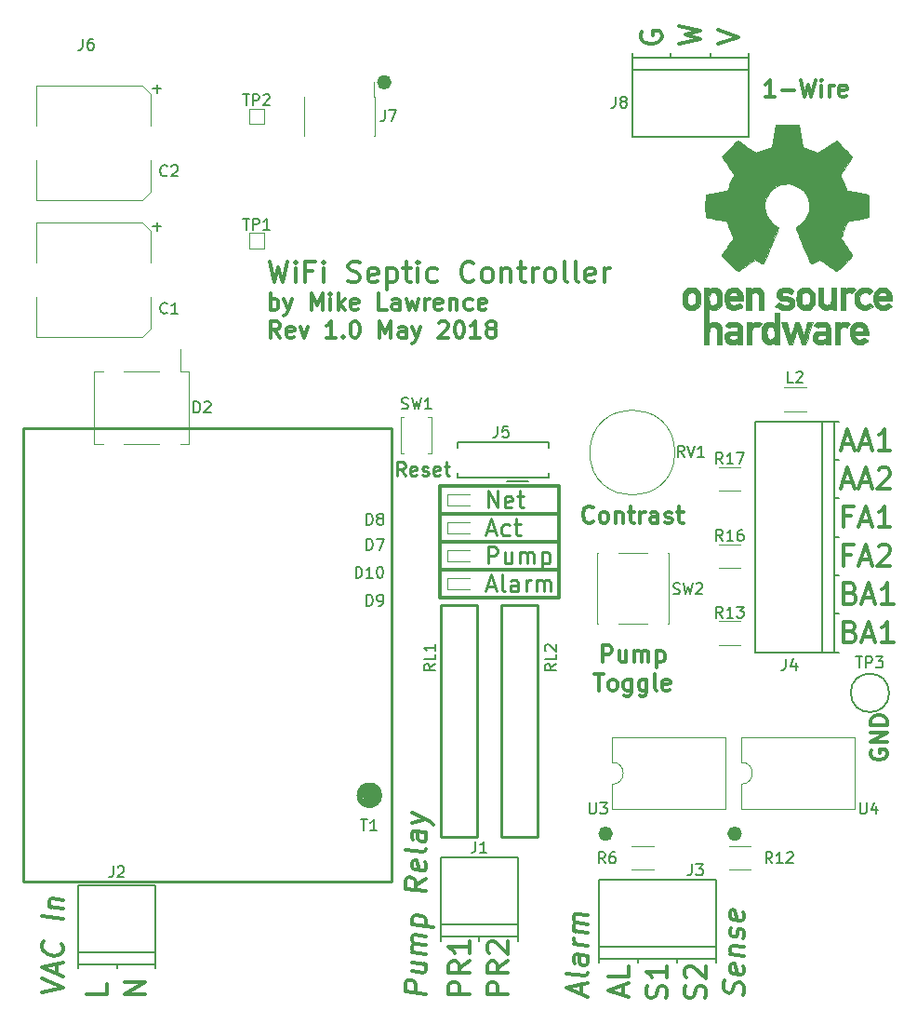
<source format=gto>
G04 #@! TF.GenerationSoftware,KiCad,Pcbnew,(5.0.0-rc2-dev-640-gbf135b0)*
G04 #@! TF.CreationDate,2018-05-13T18:52:19-05:00*
G04 #@! TF.ProjectId,WiFi-Septic-Controller,576946692D5365707469632D436F6E74,rev?*
G04 #@! TF.SameCoordinates,Original*
G04 #@! TF.FileFunction,Legend,Top*
G04 #@! TF.FilePolarity,Positive*
%FSLAX46Y46*%
G04 Gerber Fmt 4.6, Leading zero omitted, Abs format (unit mm)*
G04 Created by KiCad (PCBNEW (5.0.0-rc2-dev-640-gbf135b0)) date Sunday, May 13, 2018 at 06:52:19 PM*
%MOMM*%
%LPD*%
G01*
G04 APERTURE LIST*
%ADD10C,0.330200*%
%ADD11C,0.304800*%
%ADD12C,0.508000*%
%ADD13C,0.254000*%
%ADD14C,0.120000*%
%ADD15C,0.010000*%
%ADD16C,0.150000*%
%ADD17C,0.152400*%
G04 APERTURE END LIST*
D10*
X95771071Y-118899834D02*
X95861785Y-118639030D01*
X95861785Y-118185459D01*
X95771071Y-117992691D01*
X95680357Y-117890637D01*
X95498928Y-117777245D01*
X95317500Y-117754566D01*
X95136071Y-117822602D01*
X95045357Y-117901977D01*
X94954642Y-118072066D01*
X94863928Y-118423584D01*
X94773214Y-118593673D01*
X94682500Y-118673048D01*
X94501071Y-118741084D01*
X94319642Y-118718405D01*
X94138214Y-118605012D01*
X94047500Y-118502959D01*
X93956785Y-118310191D01*
X93956785Y-117856620D01*
X94047500Y-117595816D01*
X95771071Y-116269120D02*
X95861785Y-116461887D01*
X95861785Y-116824745D01*
X95771071Y-116994834D01*
X95589642Y-117062870D01*
X94863928Y-116972155D01*
X94682500Y-116858762D01*
X94591785Y-116665995D01*
X94591785Y-116303137D01*
X94682500Y-116133048D01*
X94863928Y-116065012D01*
X95045357Y-116087691D01*
X95226785Y-117017512D01*
X94591785Y-115214566D02*
X95861785Y-115373316D01*
X94773214Y-115237245D02*
X94682500Y-115135191D01*
X94591785Y-114942423D01*
X94591785Y-114670280D01*
X94682500Y-114500191D01*
X94863928Y-114432155D01*
X95861785Y-114556887D01*
X95771071Y-113729120D02*
X95861785Y-113559030D01*
X95861785Y-113196173D01*
X95771071Y-113003405D01*
X95589642Y-112890012D01*
X95498928Y-112878673D01*
X95317500Y-112946709D01*
X95226785Y-113116798D01*
X95226785Y-113388941D01*
X95136071Y-113559030D01*
X94954642Y-113627066D01*
X94863928Y-113615727D01*
X94682500Y-113502334D01*
X94591785Y-113309566D01*
X94591785Y-113037423D01*
X94682500Y-112867334D01*
X95771071Y-111370548D02*
X95861785Y-111563316D01*
X95861785Y-111926173D01*
X95771071Y-112096262D01*
X95589642Y-112164298D01*
X94863928Y-112073584D01*
X94682500Y-111960191D01*
X94591785Y-111767423D01*
X94591785Y-111404566D01*
X94682500Y-111234477D01*
X94863928Y-111166441D01*
X95045357Y-111189120D01*
X95226785Y-112118941D01*
X81067500Y-118843137D02*
X81067500Y-117935995D01*
X81611785Y-119092602D02*
X79706785Y-118219477D01*
X81611785Y-117822602D01*
X81611785Y-116915459D02*
X81521071Y-117085548D01*
X81339642Y-117153584D01*
X79706785Y-116949477D01*
X81611785Y-115373316D02*
X80613928Y-115248584D01*
X80432500Y-115316620D01*
X80341785Y-115486709D01*
X80341785Y-115849566D01*
X80432500Y-116042334D01*
X81521071Y-115361977D02*
X81611785Y-115554745D01*
X81611785Y-116008316D01*
X81521071Y-116178405D01*
X81339642Y-116246441D01*
X81158214Y-116223762D01*
X80976785Y-116110370D01*
X80886071Y-115917602D01*
X80886071Y-115464030D01*
X80795357Y-115271262D01*
X81611785Y-114466173D02*
X80341785Y-114307423D01*
X80704642Y-114352780D02*
X80523214Y-114239387D01*
X80432500Y-114137334D01*
X80341785Y-113944566D01*
X80341785Y-113763137D01*
X81611785Y-113286887D02*
X80341785Y-113128137D01*
X80523214Y-113150816D02*
X80432500Y-113048762D01*
X80341785Y-112855995D01*
X80341785Y-112583852D01*
X80432500Y-112413762D01*
X80613928Y-112345727D01*
X81611785Y-112470459D01*
X80613928Y-112345727D02*
X80432500Y-112232334D01*
X80341785Y-112039566D01*
X80341785Y-111767423D01*
X80432500Y-111597334D01*
X80613928Y-111529298D01*
X81611785Y-111654030D01*
D11*
X107442000Y-96665142D02*
X107369428Y-96810285D01*
X107369428Y-97028000D01*
X107442000Y-97245714D01*
X107587142Y-97390857D01*
X107732285Y-97463428D01*
X108022571Y-97536000D01*
X108240285Y-97536000D01*
X108530571Y-97463428D01*
X108675714Y-97390857D01*
X108820857Y-97245714D01*
X108893428Y-97028000D01*
X108893428Y-96882857D01*
X108820857Y-96665142D01*
X108748285Y-96592571D01*
X108240285Y-96592571D01*
X108240285Y-96882857D01*
X108893428Y-95939428D02*
X107369428Y-95939428D01*
X108893428Y-95068571D01*
X107369428Y-95068571D01*
X108893428Y-94342857D02*
X107369428Y-94342857D01*
X107369428Y-93980000D01*
X107442000Y-93762285D01*
X107587142Y-93617142D01*
X107732285Y-93544571D01*
X108022571Y-93472000D01*
X108240285Y-93472000D01*
X108530571Y-93544571D01*
X108675714Y-93617142D01*
X108820857Y-93762285D01*
X108893428Y-93980000D01*
X108893428Y-94342857D01*
X63600000Y-35900000D02*
G75*
G03X63600000Y-35900000I-500000J0D01*
G01*
X63400000Y-35900000D02*
G75*
G03X63400000Y-35900000I-300000J0D01*
G01*
X63200000Y-35900000D02*
G75*
G03X63200000Y-35900000I-100000J0D01*
G01*
D10*
X66901785Y-118820459D02*
X64996785Y-118582334D01*
X64996785Y-117856620D01*
X65087500Y-117686530D01*
X65178214Y-117607155D01*
X65359642Y-117539120D01*
X65631785Y-117573137D01*
X65813214Y-117686530D01*
X65903928Y-117788584D01*
X65994642Y-117981352D01*
X65994642Y-118707066D01*
X65631785Y-115940280D02*
X66901785Y-116099030D01*
X65631785Y-116756709D02*
X66629642Y-116881441D01*
X66811071Y-116813405D01*
X66901785Y-116643316D01*
X66901785Y-116371173D01*
X66811071Y-116178405D01*
X66720357Y-116076352D01*
X66901785Y-115191887D02*
X65631785Y-115033137D01*
X65813214Y-115055816D02*
X65722500Y-114953762D01*
X65631785Y-114760995D01*
X65631785Y-114488852D01*
X65722500Y-114318762D01*
X65903928Y-114250727D01*
X66901785Y-114375459D01*
X65903928Y-114250727D02*
X65722500Y-114137334D01*
X65631785Y-113944566D01*
X65631785Y-113672423D01*
X65722500Y-113502334D01*
X65903928Y-113434298D01*
X66901785Y-113559030D01*
X65631785Y-112493137D02*
X67536785Y-112731262D01*
X65722500Y-112504477D02*
X65631785Y-112311709D01*
X65631785Y-111948852D01*
X65722500Y-111778762D01*
X65813214Y-111699387D01*
X65994642Y-111631352D01*
X66538928Y-111699387D01*
X66720357Y-111812780D01*
X66811071Y-111914834D01*
X66901785Y-112107602D01*
X66901785Y-112470459D01*
X66811071Y-112640548D01*
X66901785Y-108388316D02*
X65994642Y-108909923D01*
X66901785Y-109476887D02*
X64996785Y-109238762D01*
X64996785Y-108513048D01*
X65087500Y-108342959D01*
X65178214Y-108263584D01*
X65359642Y-108195548D01*
X65631785Y-108229566D01*
X65813214Y-108342959D01*
X65903928Y-108445012D01*
X65994642Y-108637780D01*
X65994642Y-109363495D01*
X66811071Y-106834834D02*
X66901785Y-107027602D01*
X66901785Y-107390459D01*
X66811071Y-107560548D01*
X66629642Y-107628584D01*
X65903928Y-107537870D01*
X65722500Y-107424477D01*
X65631785Y-107231709D01*
X65631785Y-106868852D01*
X65722500Y-106698762D01*
X65903928Y-106630727D01*
X66085357Y-106653405D01*
X66266785Y-107583227D01*
X66901785Y-105666887D02*
X66811071Y-105836977D01*
X66629642Y-105905012D01*
X64996785Y-105700905D01*
X66901785Y-104124745D02*
X65903928Y-104000012D01*
X65722500Y-104068048D01*
X65631785Y-104238137D01*
X65631785Y-104600995D01*
X65722500Y-104793762D01*
X66811071Y-104113405D02*
X66901785Y-104306173D01*
X66901785Y-104759745D01*
X66811071Y-104929834D01*
X66629642Y-104997870D01*
X66448214Y-104975191D01*
X66266785Y-104861798D01*
X66176071Y-104669030D01*
X66176071Y-104215459D01*
X66085357Y-104022691D01*
X65631785Y-103240280D02*
X66901785Y-102945459D01*
X65631785Y-102333137D02*
X66901785Y-102945459D01*
X67355357Y-103183584D01*
X67446071Y-103285637D01*
X67536785Y-103478405D01*
X31956785Y-118650958D02*
X33861785Y-118254083D01*
X31956785Y-117380958D01*
X33317500Y-117006761D02*
X33317500Y-116099618D01*
X33861785Y-117256226D02*
X31956785Y-116383101D01*
X33861785Y-115986226D01*
X33680357Y-114239976D02*
X33771071Y-114342029D01*
X33861785Y-114625511D01*
X33861785Y-114806940D01*
X33771071Y-115067743D01*
X33589642Y-115226493D01*
X33408214Y-115294529D01*
X33045357Y-115339886D01*
X32773214Y-115305868D01*
X32410357Y-115169797D01*
X32228928Y-115056404D01*
X32047500Y-114852297D01*
X31956785Y-114568815D01*
X31956785Y-114387386D01*
X32047500Y-114126583D01*
X32138214Y-114047208D01*
X33861785Y-111994797D02*
X31956785Y-111756672D01*
X32591785Y-110928904D02*
X33861785Y-111087654D01*
X32773214Y-110951583D02*
X32682500Y-110849529D01*
X32591785Y-110656761D01*
X32591785Y-110384618D01*
X32682500Y-110214529D01*
X32863928Y-110146493D01*
X33861785Y-110271226D01*
D11*
X98633428Y-37189428D02*
X97762571Y-37189428D01*
X98198000Y-37189428D02*
X98198000Y-35665428D01*
X98052857Y-35883142D01*
X97907714Y-36028285D01*
X97762571Y-36100857D01*
X99286571Y-36608857D02*
X100447714Y-36608857D01*
X101028285Y-35665428D02*
X101391142Y-37189428D01*
X101681428Y-36100857D01*
X101971714Y-37189428D01*
X102334571Y-35665428D01*
X102915142Y-37189428D02*
X102915142Y-36173428D01*
X102915142Y-35665428D02*
X102842571Y-35738000D01*
X102915142Y-35810571D01*
X102987714Y-35738000D01*
X102915142Y-35665428D01*
X102915142Y-35810571D01*
X103640857Y-37189428D02*
X103640857Y-36173428D01*
X103640857Y-36463714D02*
X103713428Y-36318571D01*
X103786000Y-36246000D01*
X103931142Y-36173428D01*
X104076285Y-36173428D01*
X105164857Y-37116857D02*
X105019714Y-37189428D01*
X104729428Y-37189428D01*
X104584285Y-37116857D01*
X104511714Y-36971714D01*
X104511714Y-36391142D01*
X104584285Y-36246000D01*
X104729428Y-36173428D01*
X105019714Y-36173428D01*
X105164857Y-36246000D01*
X105237428Y-36391142D01*
X105237428Y-36536285D01*
X104511714Y-36681428D01*
X62750000Y-100750000D02*
G75*
G03X62750000Y-100750000I-1000000J0D01*
G01*
X62540569Y-100750000D02*
G75*
G03X62540569Y-100750000I-790569J0D01*
G01*
X62250000Y-100750000D02*
G75*
G03X62250000Y-100750000I-500000J0D01*
G01*
D12*
X62000000Y-100750000D02*
G75*
G03X62000000Y-100750000I-250000J0D01*
G01*
D11*
X95500000Y-104250000D02*
G75*
G03X95500000Y-104250000I-500000J0D01*
G01*
D12*
X95250000Y-104250000D02*
G75*
G03X95250000Y-104250000I-250000J0D01*
G01*
X83500000Y-104250000D02*
G75*
G03X83500000Y-104250000I-250000J0D01*
G01*
D11*
X83750000Y-104250000D02*
G75*
G03X83750000Y-104250000I-500000J0D01*
G01*
X52751977Y-56604428D02*
X52751977Y-55080428D01*
X52751977Y-55661000D02*
X52897120Y-55588428D01*
X53187405Y-55588428D01*
X53332548Y-55661000D01*
X53405120Y-55733571D01*
X53477691Y-55878714D01*
X53477691Y-56314142D01*
X53405120Y-56459285D01*
X53332548Y-56531857D01*
X53187405Y-56604428D01*
X52897120Y-56604428D01*
X52751977Y-56531857D01*
X53985691Y-55588428D02*
X54348548Y-56604428D01*
X54711405Y-55588428D02*
X54348548Y-56604428D01*
X54203405Y-56967285D01*
X54130834Y-57039857D01*
X53985691Y-57112428D01*
X56453120Y-56604428D02*
X56453120Y-55080428D01*
X56961120Y-56169000D01*
X57469120Y-55080428D01*
X57469120Y-56604428D01*
X58194834Y-56604428D02*
X58194834Y-55588428D01*
X58194834Y-55080428D02*
X58122262Y-55153000D01*
X58194834Y-55225571D01*
X58267405Y-55153000D01*
X58194834Y-55080428D01*
X58194834Y-55225571D01*
X58920548Y-56604428D02*
X58920548Y-55080428D01*
X59065691Y-56023857D02*
X59501120Y-56604428D01*
X59501120Y-55588428D02*
X58920548Y-56169000D01*
X60734834Y-56531857D02*
X60589691Y-56604428D01*
X60299405Y-56604428D01*
X60154262Y-56531857D01*
X60081691Y-56386714D01*
X60081691Y-55806142D01*
X60154262Y-55661000D01*
X60299405Y-55588428D01*
X60589691Y-55588428D01*
X60734834Y-55661000D01*
X60807405Y-55806142D01*
X60807405Y-55951285D01*
X60081691Y-56096428D01*
X63347405Y-56604428D02*
X62621691Y-56604428D01*
X62621691Y-55080428D01*
X64508548Y-56604428D02*
X64508548Y-55806142D01*
X64435977Y-55661000D01*
X64290834Y-55588428D01*
X64000548Y-55588428D01*
X63855405Y-55661000D01*
X64508548Y-56531857D02*
X64363405Y-56604428D01*
X64000548Y-56604428D01*
X63855405Y-56531857D01*
X63782834Y-56386714D01*
X63782834Y-56241571D01*
X63855405Y-56096428D01*
X64000548Y-56023857D01*
X64363405Y-56023857D01*
X64508548Y-55951285D01*
X65089120Y-55588428D02*
X65379405Y-56604428D01*
X65669691Y-55878714D01*
X65959977Y-56604428D01*
X66250262Y-55588428D01*
X66830834Y-56604428D02*
X66830834Y-55588428D01*
X66830834Y-55878714D02*
X66903405Y-55733571D01*
X66975977Y-55661000D01*
X67121120Y-55588428D01*
X67266262Y-55588428D01*
X68354834Y-56531857D02*
X68209691Y-56604428D01*
X67919405Y-56604428D01*
X67774262Y-56531857D01*
X67701691Y-56386714D01*
X67701691Y-55806142D01*
X67774262Y-55661000D01*
X67919405Y-55588428D01*
X68209691Y-55588428D01*
X68354834Y-55661000D01*
X68427405Y-55806142D01*
X68427405Y-55951285D01*
X67701691Y-56096428D01*
X69080548Y-55588428D02*
X69080548Y-56604428D01*
X69080548Y-55733571D02*
X69153120Y-55661000D01*
X69298262Y-55588428D01*
X69515977Y-55588428D01*
X69661120Y-55661000D01*
X69733691Y-55806142D01*
X69733691Y-56604428D01*
X71112548Y-56531857D02*
X70967405Y-56604428D01*
X70677120Y-56604428D01*
X70531977Y-56531857D01*
X70459405Y-56459285D01*
X70386834Y-56314142D01*
X70386834Y-55878714D01*
X70459405Y-55733571D01*
X70531977Y-55661000D01*
X70677120Y-55588428D01*
X70967405Y-55588428D01*
X71112548Y-55661000D01*
X72346262Y-56531857D02*
X72201120Y-56604428D01*
X71910834Y-56604428D01*
X71765691Y-56531857D01*
X71693120Y-56386714D01*
X71693120Y-55806142D01*
X71765691Y-55661000D01*
X71910834Y-55588428D01*
X72201120Y-55588428D01*
X72346262Y-55661000D01*
X72418834Y-55806142D01*
X72418834Y-55951285D01*
X71693120Y-56096428D01*
X53622834Y-59144428D02*
X53114834Y-58418714D01*
X52751977Y-59144428D02*
X52751977Y-57620428D01*
X53332548Y-57620428D01*
X53477691Y-57693000D01*
X53550262Y-57765571D01*
X53622834Y-57910714D01*
X53622834Y-58128428D01*
X53550262Y-58273571D01*
X53477691Y-58346142D01*
X53332548Y-58418714D01*
X52751977Y-58418714D01*
X54856548Y-59071857D02*
X54711405Y-59144428D01*
X54421120Y-59144428D01*
X54275977Y-59071857D01*
X54203405Y-58926714D01*
X54203405Y-58346142D01*
X54275977Y-58201000D01*
X54421120Y-58128428D01*
X54711405Y-58128428D01*
X54856548Y-58201000D01*
X54929120Y-58346142D01*
X54929120Y-58491285D01*
X54203405Y-58636428D01*
X55437120Y-58128428D02*
X55799977Y-59144428D01*
X56162834Y-58128428D01*
X58702834Y-59144428D02*
X57831977Y-59144428D01*
X58267405Y-59144428D02*
X58267405Y-57620428D01*
X58122262Y-57838142D01*
X57977120Y-57983285D01*
X57831977Y-58055857D01*
X59355977Y-58999285D02*
X59428548Y-59071857D01*
X59355977Y-59144428D01*
X59283405Y-59071857D01*
X59355977Y-58999285D01*
X59355977Y-59144428D01*
X60371977Y-57620428D02*
X60517120Y-57620428D01*
X60662262Y-57693000D01*
X60734834Y-57765571D01*
X60807405Y-57910714D01*
X60879977Y-58201000D01*
X60879977Y-58563857D01*
X60807405Y-58854142D01*
X60734834Y-58999285D01*
X60662262Y-59071857D01*
X60517120Y-59144428D01*
X60371977Y-59144428D01*
X60226834Y-59071857D01*
X60154262Y-58999285D01*
X60081691Y-58854142D01*
X60009120Y-58563857D01*
X60009120Y-58201000D01*
X60081691Y-57910714D01*
X60154262Y-57765571D01*
X60226834Y-57693000D01*
X60371977Y-57620428D01*
X62694262Y-59144428D02*
X62694262Y-57620428D01*
X63202262Y-58709000D01*
X63710262Y-57620428D01*
X63710262Y-59144428D01*
X65089120Y-59144428D02*
X65089120Y-58346142D01*
X65016548Y-58201000D01*
X64871405Y-58128428D01*
X64581120Y-58128428D01*
X64435977Y-58201000D01*
X65089120Y-59071857D02*
X64943977Y-59144428D01*
X64581120Y-59144428D01*
X64435977Y-59071857D01*
X64363405Y-58926714D01*
X64363405Y-58781571D01*
X64435977Y-58636428D01*
X64581120Y-58563857D01*
X64943977Y-58563857D01*
X65089120Y-58491285D01*
X65669691Y-58128428D02*
X66032548Y-59144428D01*
X66395405Y-58128428D02*
X66032548Y-59144428D01*
X65887405Y-59507285D01*
X65814834Y-59579857D01*
X65669691Y-59652428D01*
X68064548Y-57765571D02*
X68137120Y-57693000D01*
X68282262Y-57620428D01*
X68645120Y-57620428D01*
X68790262Y-57693000D01*
X68862834Y-57765571D01*
X68935405Y-57910714D01*
X68935405Y-58055857D01*
X68862834Y-58273571D01*
X67991977Y-59144428D01*
X68935405Y-59144428D01*
X69878834Y-57620428D02*
X70023977Y-57620428D01*
X70169120Y-57693000D01*
X70241691Y-57765571D01*
X70314262Y-57910714D01*
X70386834Y-58201000D01*
X70386834Y-58563857D01*
X70314262Y-58854142D01*
X70241691Y-58999285D01*
X70169120Y-59071857D01*
X70023977Y-59144428D01*
X69878834Y-59144428D01*
X69733691Y-59071857D01*
X69661120Y-58999285D01*
X69588548Y-58854142D01*
X69515977Y-58563857D01*
X69515977Y-58201000D01*
X69588548Y-57910714D01*
X69661120Y-57765571D01*
X69733691Y-57693000D01*
X69878834Y-57620428D01*
X71838262Y-59144428D02*
X70967405Y-59144428D01*
X71402834Y-59144428D02*
X71402834Y-57620428D01*
X71257691Y-57838142D01*
X71112548Y-57983285D01*
X70967405Y-58055857D01*
X72709120Y-58273571D02*
X72563977Y-58201000D01*
X72491405Y-58128428D01*
X72418834Y-57983285D01*
X72418834Y-57910714D01*
X72491405Y-57765571D01*
X72563977Y-57693000D01*
X72709120Y-57620428D01*
X72999405Y-57620428D01*
X73144548Y-57693000D01*
X73217120Y-57765571D01*
X73289691Y-57910714D01*
X73289691Y-57983285D01*
X73217120Y-58128428D01*
X73144548Y-58201000D01*
X72999405Y-58273571D01*
X72709120Y-58273571D01*
X72563977Y-58346142D01*
X72491405Y-58418714D01*
X72418834Y-58563857D01*
X72418834Y-58854142D01*
X72491405Y-58999285D01*
X72563977Y-59071857D01*
X72709120Y-59144428D01*
X72999405Y-59144428D01*
X73144548Y-59071857D01*
X73217120Y-58999285D01*
X73289691Y-58854142D01*
X73289691Y-58563857D01*
X73217120Y-58418714D01*
X73144548Y-58346142D01*
X72999405Y-58273571D01*
X52661262Y-52184785D02*
X53114834Y-54089785D01*
X53477691Y-52729071D01*
X53840548Y-54089785D01*
X54294120Y-52184785D01*
X55019834Y-54089785D02*
X55019834Y-52819785D01*
X55019834Y-52184785D02*
X54929120Y-52275500D01*
X55019834Y-52366214D01*
X55110548Y-52275500D01*
X55019834Y-52184785D01*
X55019834Y-52366214D01*
X56561977Y-53091928D02*
X55926977Y-53091928D01*
X55926977Y-54089785D02*
X55926977Y-52184785D01*
X56834120Y-52184785D01*
X57559834Y-54089785D02*
X57559834Y-52819785D01*
X57559834Y-52184785D02*
X57469120Y-52275500D01*
X57559834Y-52366214D01*
X57650548Y-52275500D01*
X57559834Y-52184785D01*
X57559834Y-52366214D01*
X59827691Y-53999071D02*
X60099834Y-54089785D01*
X60553405Y-54089785D01*
X60734834Y-53999071D01*
X60825548Y-53908357D01*
X60916262Y-53726928D01*
X60916262Y-53545500D01*
X60825548Y-53364071D01*
X60734834Y-53273357D01*
X60553405Y-53182642D01*
X60190548Y-53091928D01*
X60009120Y-53001214D01*
X59918405Y-52910500D01*
X59827691Y-52729071D01*
X59827691Y-52547642D01*
X59918405Y-52366214D01*
X60009120Y-52275500D01*
X60190548Y-52184785D01*
X60644120Y-52184785D01*
X60916262Y-52275500D01*
X62458405Y-53999071D02*
X62276977Y-54089785D01*
X61914120Y-54089785D01*
X61732691Y-53999071D01*
X61641977Y-53817642D01*
X61641977Y-53091928D01*
X61732691Y-52910500D01*
X61914120Y-52819785D01*
X62276977Y-52819785D01*
X62458405Y-52910500D01*
X62549120Y-53091928D01*
X62549120Y-53273357D01*
X61641977Y-53454785D01*
X63365548Y-52819785D02*
X63365548Y-54724785D01*
X63365548Y-52910500D02*
X63546977Y-52819785D01*
X63909834Y-52819785D01*
X64091262Y-52910500D01*
X64181977Y-53001214D01*
X64272691Y-53182642D01*
X64272691Y-53726928D01*
X64181977Y-53908357D01*
X64091262Y-53999071D01*
X63909834Y-54089785D01*
X63546977Y-54089785D01*
X63365548Y-53999071D01*
X64816977Y-52819785D02*
X65542691Y-52819785D01*
X65089120Y-52184785D02*
X65089120Y-53817642D01*
X65179834Y-53999071D01*
X65361262Y-54089785D01*
X65542691Y-54089785D01*
X66177691Y-54089785D02*
X66177691Y-52819785D01*
X66177691Y-52184785D02*
X66086977Y-52275500D01*
X66177691Y-52366214D01*
X66268405Y-52275500D01*
X66177691Y-52184785D01*
X66177691Y-52366214D01*
X67901262Y-53999071D02*
X67719834Y-54089785D01*
X67356977Y-54089785D01*
X67175548Y-53999071D01*
X67084834Y-53908357D01*
X66994120Y-53726928D01*
X66994120Y-53182642D01*
X67084834Y-53001214D01*
X67175548Y-52910500D01*
X67356977Y-52819785D01*
X67719834Y-52819785D01*
X67901262Y-52910500D01*
X71257691Y-53908357D02*
X71166977Y-53999071D01*
X70894834Y-54089785D01*
X70713405Y-54089785D01*
X70441262Y-53999071D01*
X70259834Y-53817642D01*
X70169120Y-53636214D01*
X70078405Y-53273357D01*
X70078405Y-53001214D01*
X70169120Y-52638357D01*
X70259834Y-52456928D01*
X70441262Y-52275500D01*
X70713405Y-52184785D01*
X70894834Y-52184785D01*
X71166977Y-52275500D01*
X71257691Y-52366214D01*
X72346262Y-54089785D02*
X72164834Y-53999071D01*
X72074120Y-53908357D01*
X71983405Y-53726928D01*
X71983405Y-53182642D01*
X72074120Y-53001214D01*
X72164834Y-52910500D01*
X72346262Y-52819785D01*
X72618405Y-52819785D01*
X72799834Y-52910500D01*
X72890548Y-53001214D01*
X72981262Y-53182642D01*
X72981262Y-53726928D01*
X72890548Y-53908357D01*
X72799834Y-53999071D01*
X72618405Y-54089785D01*
X72346262Y-54089785D01*
X73797691Y-52819785D02*
X73797691Y-54089785D01*
X73797691Y-53001214D02*
X73888405Y-52910500D01*
X74069834Y-52819785D01*
X74341977Y-52819785D01*
X74523405Y-52910500D01*
X74614120Y-53091928D01*
X74614120Y-54089785D01*
X75249120Y-52819785D02*
X75974834Y-52819785D01*
X75521262Y-52184785D02*
X75521262Y-53817642D01*
X75611977Y-53999071D01*
X75793405Y-54089785D01*
X75974834Y-54089785D01*
X76609834Y-54089785D02*
X76609834Y-52819785D01*
X76609834Y-53182642D02*
X76700548Y-53001214D01*
X76791262Y-52910500D01*
X76972691Y-52819785D01*
X77154120Y-52819785D01*
X78061262Y-54089785D02*
X77879834Y-53999071D01*
X77789120Y-53908357D01*
X77698405Y-53726928D01*
X77698405Y-53182642D01*
X77789120Y-53001214D01*
X77879834Y-52910500D01*
X78061262Y-52819785D01*
X78333405Y-52819785D01*
X78514834Y-52910500D01*
X78605548Y-53001214D01*
X78696262Y-53182642D01*
X78696262Y-53726928D01*
X78605548Y-53908357D01*
X78514834Y-53999071D01*
X78333405Y-54089785D01*
X78061262Y-54089785D01*
X79784834Y-54089785D02*
X79603405Y-53999071D01*
X79512691Y-53817642D01*
X79512691Y-52184785D01*
X80782691Y-54089785D02*
X80601262Y-53999071D01*
X80510548Y-53817642D01*
X80510548Y-52184785D01*
X82234120Y-53999071D02*
X82052691Y-54089785D01*
X81689834Y-54089785D01*
X81508405Y-53999071D01*
X81417691Y-53817642D01*
X81417691Y-53091928D01*
X81508405Y-52910500D01*
X81689834Y-52819785D01*
X82052691Y-52819785D01*
X82234120Y-52910500D01*
X82324834Y-53091928D01*
X82324834Y-53273357D01*
X81417691Y-53454785D01*
X83141262Y-54089785D02*
X83141262Y-52819785D01*
X83141262Y-53182642D02*
X83231977Y-53001214D01*
X83322691Y-52910500D01*
X83504120Y-52819785D01*
X83685548Y-52819785D01*
X82956000Y-88644028D02*
X82956000Y-87120028D01*
X83536571Y-87120028D01*
X83681714Y-87192600D01*
X83754285Y-87265171D01*
X83826857Y-87410314D01*
X83826857Y-87628028D01*
X83754285Y-87773171D01*
X83681714Y-87845742D01*
X83536571Y-87918314D01*
X82956000Y-87918314D01*
X85133142Y-87628028D02*
X85133142Y-88644028D01*
X84480000Y-87628028D02*
X84480000Y-88426314D01*
X84552571Y-88571457D01*
X84697714Y-88644028D01*
X84915428Y-88644028D01*
X85060571Y-88571457D01*
X85133142Y-88498885D01*
X85858857Y-88644028D02*
X85858857Y-87628028D01*
X85858857Y-87773171D02*
X85931428Y-87700600D01*
X86076571Y-87628028D01*
X86294285Y-87628028D01*
X86439428Y-87700600D01*
X86512000Y-87845742D01*
X86512000Y-88644028D01*
X86512000Y-87845742D02*
X86584571Y-87700600D01*
X86729714Y-87628028D01*
X86947428Y-87628028D01*
X87092571Y-87700600D01*
X87165142Y-87845742D01*
X87165142Y-88644028D01*
X87890857Y-87628028D02*
X87890857Y-89152028D01*
X87890857Y-87700600D02*
X88036000Y-87628028D01*
X88326285Y-87628028D01*
X88471428Y-87700600D01*
X88544000Y-87773171D01*
X88616571Y-87918314D01*
X88616571Y-88353742D01*
X88544000Y-88498885D01*
X88471428Y-88571457D01*
X88326285Y-88644028D01*
X88036000Y-88644028D01*
X87890857Y-88571457D01*
X82194000Y-89710828D02*
X83064857Y-89710828D01*
X82629428Y-91234828D02*
X82629428Y-89710828D01*
X83790571Y-91234828D02*
X83645428Y-91162257D01*
X83572857Y-91089685D01*
X83500285Y-90944542D01*
X83500285Y-90509114D01*
X83572857Y-90363971D01*
X83645428Y-90291400D01*
X83790571Y-90218828D01*
X84008285Y-90218828D01*
X84153428Y-90291400D01*
X84226000Y-90363971D01*
X84298571Y-90509114D01*
X84298571Y-90944542D01*
X84226000Y-91089685D01*
X84153428Y-91162257D01*
X84008285Y-91234828D01*
X83790571Y-91234828D01*
X85604857Y-90218828D02*
X85604857Y-91452542D01*
X85532285Y-91597685D01*
X85459714Y-91670257D01*
X85314571Y-91742828D01*
X85096857Y-91742828D01*
X84951714Y-91670257D01*
X85604857Y-91162257D02*
X85459714Y-91234828D01*
X85169428Y-91234828D01*
X85024285Y-91162257D01*
X84951714Y-91089685D01*
X84879142Y-90944542D01*
X84879142Y-90509114D01*
X84951714Y-90363971D01*
X85024285Y-90291400D01*
X85169428Y-90218828D01*
X85459714Y-90218828D01*
X85604857Y-90291400D01*
X86983714Y-90218828D02*
X86983714Y-91452542D01*
X86911142Y-91597685D01*
X86838571Y-91670257D01*
X86693428Y-91742828D01*
X86475714Y-91742828D01*
X86330571Y-91670257D01*
X86983714Y-91162257D02*
X86838571Y-91234828D01*
X86548285Y-91234828D01*
X86403142Y-91162257D01*
X86330571Y-91089685D01*
X86258000Y-90944542D01*
X86258000Y-90509114D01*
X86330571Y-90363971D01*
X86403142Y-90291400D01*
X86548285Y-90218828D01*
X86838571Y-90218828D01*
X86983714Y-90291400D01*
X87927142Y-91234828D02*
X87782000Y-91162257D01*
X87709428Y-91017114D01*
X87709428Y-89710828D01*
X89088285Y-91162257D02*
X88943142Y-91234828D01*
X88652857Y-91234828D01*
X88507714Y-91162257D01*
X88435142Y-91017114D01*
X88435142Y-90436542D01*
X88507714Y-90291400D01*
X88652857Y-90218828D01*
X88943142Y-90218828D01*
X89088285Y-90291400D01*
X89160857Y-90436542D01*
X89160857Y-90581685D01*
X88435142Y-90726828D01*
D13*
X72464385Y-81788000D02*
X73190100Y-81788000D01*
X72319242Y-82223428D02*
X72827242Y-80699428D01*
X73335242Y-82223428D01*
X74060957Y-82223428D02*
X73915814Y-82150857D01*
X73843242Y-82005714D01*
X73843242Y-80699428D01*
X75294671Y-82223428D02*
X75294671Y-81425142D01*
X75222100Y-81280000D01*
X75076957Y-81207428D01*
X74786671Y-81207428D01*
X74641528Y-81280000D01*
X75294671Y-82150857D02*
X75149528Y-82223428D01*
X74786671Y-82223428D01*
X74641528Y-82150857D01*
X74568957Y-82005714D01*
X74568957Y-81860571D01*
X74641528Y-81715428D01*
X74786671Y-81642857D01*
X75149528Y-81642857D01*
X75294671Y-81570285D01*
X76020385Y-82223428D02*
X76020385Y-81207428D01*
X76020385Y-81497714D02*
X76092957Y-81352571D01*
X76165528Y-81280000D01*
X76310671Y-81207428D01*
X76455814Y-81207428D01*
X76963814Y-82223428D02*
X76963814Y-81207428D01*
X76963814Y-81352571D02*
X77036385Y-81280000D01*
X77181528Y-81207428D01*
X77399242Y-81207428D01*
X77544385Y-81280000D01*
X77616957Y-81425142D01*
X77616957Y-82223428D01*
X77616957Y-81425142D02*
X77689528Y-81280000D01*
X77834671Y-81207428D01*
X78052385Y-81207428D01*
X78197528Y-81280000D01*
X78270100Y-81425142D01*
X78270100Y-82223428D01*
D11*
X68199000Y-82804000D02*
X78994000Y-82804000D01*
X68199000Y-77724000D02*
X78994000Y-77724000D01*
X68199000Y-75184000D02*
X78994000Y-75184000D01*
X68199000Y-72644000D02*
X68199000Y-82804000D01*
X78994000Y-72644000D02*
X68199000Y-72644000D01*
X78994000Y-82804000D02*
X78994000Y-72644000D01*
X68199000Y-80264000D02*
X78994000Y-80264000D01*
D13*
X72536957Y-79683428D02*
X72536957Y-78159428D01*
X73117528Y-78159428D01*
X73262671Y-78232000D01*
X73335242Y-78304571D01*
X73407814Y-78449714D01*
X73407814Y-78667428D01*
X73335242Y-78812571D01*
X73262671Y-78885142D01*
X73117528Y-78957714D01*
X72536957Y-78957714D01*
X74714100Y-78667428D02*
X74714100Y-79683428D01*
X74060957Y-78667428D02*
X74060957Y-79465714D01*
X74133528Y-79610857D01*
X74278671Y-79683428D01*
X74496385Y-79683428D01*
X74641528Y-79610857D01*
X74714100Y-79538285D01*
X75439814Y-79683428D02*
X75439814Y-78667428D01*
X75439814Y-78812571D02*
X75512385Y-78740000D01*
X75657528Y-78667428D01*
X75875242Y-78667428D01*
X76020385Y-78740000D01*
X76092957Y-78885142D01*
X76092957Y-79683428D01*
X76092957Y-78885142D02*
X76165528Y-78740000D01*
X76310671Y-78667428D01*
X76528385Y-78667428D01*
X76673528Y-78740000D01*
X76746100Y-78885142D01*
X76746100Y-79683428D01*
X77471814Y-78667428D02*
X77471814Y-80191428D01*
X77471814Y-78740000D02*
X77616957Y-78667428D01*
X77907242Y-78667428D01*
X78052385Y-78740000D01*
X78124957Y-78812571D01*
X78197528Y-78957714D01*
X78197528Y-79393142D01*
X78124957Y-79538285D01*
X78052385Y-79610857D01*
X77907242Y-79683428D01*
X77616957Y-79683428D01*
X77471814Y-79610857D01*
X72464385Y-76708000D02*
X73190100Y-76708000D01*
X72319242Y-77143428D02*
X72827242Y-75619428D01*
X73335242Y-77143428D01*
X74496385Y-77070857D02*
X74351242Y-77143428D01*
X74060957Y-77143428D01*
X73915814Y-77070857D01*
X73843242Y-76998285D01*
X73770671Y-76853142D01*
X73770671Y-76417714D01*
X73843242Y-76272571D01*
X73915814Y-76200000D01*
X74060957Y-76127428D01*
X74351242Y-76127428D01*
X74496385Y-76200000D01*
X74931814Y-76127428D02*
X75512385Y-76127428D01*
X75149528Y-75619428D02*
X75149528Y-76925714D01*
X75222100Y-77070857D01*
X75367242Y-77143428D01*
X75512385Y-77143428D01*
X72536957Y-74603428D02*
X72536957Y-73079428D01*
X73407814Y-74603428D01*
X73407814Y-73079428D01*
X74714100Y-74530857D02*
X74568957Y-74603428D01*
X74278671Y-74603428D01*
X74133528Y-74530857D01*
X74060957Y-74385714D01*
X74060957Y-73805142D01*
X74133528Y-73660000D01*
X74278671Y-73587428D01*
X74568957Y-73587428D01*
X74714100Y-73660000D01*
X74786671Y-73805142D01*
X74786671Y-73950285D01*
X74060957Y-74095428D01*
X75222100Y-73587428D02*
X75802671Y-73587428D01*
X75439814Y-73079428D02*
X75439814Y-74385714D01*
X75512385Y-74530857D01*
X75657528Y-74603428D01*
X75802671Y-74603428D01*
D11*
X82129000Y-75839285D02*
X82056428Y-75911857D01*
X81838714Y-75984428D01*
X81693571Y-75984428D01*
X81475857Y-75911857D01*
X81330714Y-75766714D01*
X81258142Y-75621571D01*
X81185571Y-75331285D01*
X81185571Y-75113571D01*
X81258142Y-74823285D01*
X81330714Y-74678142D01*
X81475857Y-74533000D01*
X81693571Y-74460428D01*
X81838714Y-74460428D01*
X82056428Y-74533000D01*
X82129000Y-74605571D01*
X82999857Y-75984428D02*
X82854714Y-75911857D01*
X82782142Y-75839285D01*
X82709571Y-75694142D01*
X82709571Y-75258714D01*
X82782142Y-75113571D01*
X82854714Y-75041000D01*
X82999857Y-74968428D01*
X83217571Y-74968428D01*
X83362714Y-75041000D01*
X83435285Y-75113571D01*
X83507857Y-75258714D01*
X83507857Y-75694142D01*
X83435285Y-75839285D01*
X83362714Y-75911857D01*
X83217571Y-75984428D01*
X82999857Y-75984428D01*
X84161000Y-74968428D02*
X84161000Y-75984428D01*
X84161000Y-75113571D02*
X84233571Y-75041000D01*
X84378714Y-74968428D01*
X84596428Y-74968428D01*
X84741571Y-75041000D01*
X84814142Y-75186142D01*
X84814142Y-75984428D01*
X85322142Y-74968428D02*
X85902714Y-74968428D01*
X85539857Y-74460428D02*
X85539857Y-75766714D01*
X85612428Y-75911857D01*
X85757571Y-75984428D01*
X85902714Y-75984428D01*
X86410714Y-75984428D02*
X86410714Y-74968428D01*
X86410714Y-75258714D02*
X86483285Y-75113571D01*
X86555857Y-75041000D01*
X86701000Y-74968428D01*
X86846142Y-74968428D01*
X88007285Y-75984428D02*
X88007285Y-75186142D01*
X87934714Y-75041000D01*
X87789571Y-74968428D01*
X87499285Y-74968428D01*
X87354142Y-75041000D01*
X88007285Y-75911857D02*
X87862142Y-75984428D01*
X87499285Y-75984428D01*
X87354142Y-75911857D01*
X87281571Y-75766714D01*
X87281571Y-75621571D01*
X87354142Y-75476428D01*
X87499285Y-75403857D01*
X87862142Y-75403857D01*
X88007285Y-75331285D01*
X88660428Y-75911857D02*
X88805571Y-75984428D01*
X89095857Y-75984428D01*
X89241000Y-75911857D01*
X89313571Y-75766714D01*
X89313571Y-75694142D01*
X89241000Y-75549000D01*
X89095857Y-75476428D01*
X88878142Y-75476428D01*
X88733000Y-75403857D01*
X88660428Y-75258714D01*
X88660428Y-75186142D01*
X88733000Y-75041000D01*
X88878142Y-74968428D01*
X89095857Y-74968428D01*
X89241000Y-75041000D01*
X89749000Y-74968428D02*
X90329571Y-74968428D01*
X89966714Y-74460428D02*
X89966714Y-75766714D01*
X90039285Y-75911857D01*
X90184428Y-75984428D01*
X90329571Y-75984428D01*
D10*
X89956785Y-32413227D02*
X91861785Y-31959655D01*
X90501071Y-31596798D01*
X91861785Y-31233941D01*
X89956785Y-30780370D01*
X93456785Y-32403941D02*
X95361785Y-31768941D01*
X93456785Y-31133941D01*
X86547500Y-31333941D02*
X86456785Y-31515370D01*
X86456785Y-31787512D01*
X86547500Y-32059655D01*
X86728928Y-32241084D01*
X86910357Y-32331798D01*
X87273214Y-32422512D01*
X87545357Y-32422512D01*
X87908214Y-32331798D01*
X88089642Y-32241084D01*
X88271071Y-32059655D01*
X88361785Y-31787512D01*
X88361785Y-31606084D01*
X88271071Y-31333941D01*
X88180357Y-31243227D01*
X87545357Y-31243227D01*
X87545357Y-31606084D01*
X74361785Y-118831798D02*
X72456785Y-118831798D01*
X72456785Y-118106084D01*
X72547500Y-117924655D01*
X72638214Y-117833941D01*
X72819642Y-117743227D01*
X73091785Y-117743227D01*
X73273214Y-117833941D01*
X73363928Y-117924655D01*
X73454642Y-118106084D01*
X73454642Y-118831798D01*
X74361785Y-115838227D02*
X73454642Y-116473227D01*
X74361785Y-116926798D02*
X72456785Y-116926798D01*
X72456785Y-116201084D01*
X72547500Y-116019655D01*
X72638214Y-115928941D01*
X72819642Y-115838227D01*
X73091785Y-115838227D01*
X73273214Y-115928941D01*
X73363928Y-116019655D01*
X73454642Y-116201084D01*
X73454642Y-116926798D01*
X72638214Y-115112512D02*
X72547500Y-115021798D01*
X72456785Y-114840370D01*
X72456785Y-114386798D01*
X72547500Y-114205370D01*
X72638214Y-114114655D01*
X72819642Y-114023941D01*
X73001071Y-114023941D01*
X73273214Y-114114655D01*
X74361785Y-115203227D01*
X74361785Y-114023941D01*
X70861785Y-118831798D02*
X68956785Y-118831798D01*
X68956785Y-118106084D01*
X69047500Y-117924655D01*
X69138214Y-117833941D01*
X69319642Y-117743227D01*
X69591785Y-117743227D01*
X69773214Y-117833941D01*
X69863928Y-117924655D01*
X69954642Y-118106084D01*
X69954642Y-118831798D01*
X70861785Y-115838227D02*
X69954642Y-116473227D01*
X70861785Y-116926798D02*
X68956785Y-116926798D01*
X68956785Y-116201084D01*
X69047500Y-116019655D01*
X69138214Y-115928941D01*
X69319642Y-115838227D01*
X69591785Y-115838227D01*
X69773214Y-115928941D01*
X69863928Y-116019655D01*
X69954642Y-116201084D01*
X69954642Y-116926798D01*
X70861785Y-114023941D02*
X70861785Y-115112512D01*
X70861785Y-114568227D02*
X68956785Y-114568227D01*
X69228928Y-114749655D01*
X69410357Y-114931084D01*
X69501071Y-115112512D01*
X41361785Y-118831798D02*
X39456785Y-118831798D01*
X41361785Y-117743227D01*
X39456785Y-117743227D01*
X37861785Y-117924655D02*
X37861785Y-118831798D01*
X35956785Y-118831798D01*
X84817500Y-118922512D02*
X84817500Y-118015370D01*
X85361785Y-119103941D02*
X83456785Y-118468941D01*
X85361785Y-117833941D01*
X85361785Y-116291798D02*
X85361785Y-117198941D01*
X83456785Y-117198941D01*
X105553201Y-85863928D02*
X105825344Y-85954642D01*
X105916058Y-86045357D01*
X106006772Y-86226785D01*
X106006772Y-86498928D01*
X105916058Y-86680357D01*
X105825344Y-86771071D01*
X105643915Y-86861785D01*
X104918201Y-86861785D01*
X104918201Y-84956785D01*
X105553201Y-84956785D01*
X105734630Y-85047500D01*
X105825344Y-85138214D01*
X105916058Y-85319642D01*
X105916058Y-85501071D01*
X105825344Y-85682500D01*
X105734630Y-85773214D01*
X105553201Y-85863928D01*
X104918201Y-85863928D01*
X106732487Y-86317500D02*
X107639630Y-86317500D01*
X106551058Y-86861785D02*
X107186058Y-84956785D01*
X107821058Y-86861785D01*
X109453915Y-86861785D02*
X108365344Y-86861785D01*
X108909630Y-86861785D02*
X108909630Y-84956785D01*
X108728201Y-85228928D01*
X108546772Y-85410357D01*
X108365344Y-85501071D01*
X105553201Y-82363928D02*
X105825344Y-82454642D01*
X105916058Y-82545357D01*
X106006772Y-82726785D01*
X106006772Y-82998928D01*
X105916058Y-83180357D01*
X105825344Y-83271071D01*
X105643915Y-83361785D01*
X104918201Y-83361785D01*
X104918201Y-81456785D01*
X105553201Y-81456785D01*
X105734630Y-81547500D01*
X105825344Y-81638214D01*
X105916058Y-81819642D01*
X105916058Y-82001071D01*
X105825344Y-82182500D01*
X105734630Y-82273214D01*
X105553201Y-82363928D01*
X104918201Y-82363928D01*
X106732487Y-82817500D02*
X107639630Y-82817500D01*
X106551058Y-83361785D02*
X107186058Y-81456785D01*
X107821058Y-83361785D01*
X109453915Y-83361785D02*
X108365344Y-83361785D01*
X108909630Y-83361785D02*
X108909630Y-81456785D01*
X108728201Y-81728928D01*
X108546772Y-81910357D01*
X108365344Y-82001071D01*
X105553201Y-78863928D02*
X104918201Y-78863928D01*
X104918201Y-79861785D02*
X104918201Y-77956785D01*
X105825344Y-77956785D01*
X106460344Y-79317500D02*
X107367487Y-79317500D01*
X106278915Y-79861785D02*
X106913915Y-77956785D01*
X107548915Y-79861785D01*
X108093201Y-78138214D02*
X108183915Y-78047500D01*
X108365344Y-77956785D01*
X108818915Y-77956785D01*
X109000344Y-78047500D01*
X109091058Y-78138214D01*
X109181772Y-78319642D01*
X109181772Y-78501071D01*
X109091058Y-78773214D01*
X108002487Y-79861785D01*
X109181772Y-79861785D01*
X105553201Y-75363928D02*
X104918201Y-75363928D01*
X104918201Y-76361785D02*
X104918201Y-74456785D01*
X105825344Y-74456785D01*
X106460344Y-75817500D02*
X107367487Y-75817500D01*
X106278915Y-76361785D02*
X106913915Y-74456785D01*
X107548915Y-76361785D01*
X109181772Y-76361785D02*
X108093201Y-76361785D01*
X108637487Y-76361785D02*
X108637487Y-74456785D01*
X108456058Y-74728928D01*
X108274630Y-74910357D01*
X108093201Y-75001071D01*
X104827487Y-72317500D02*
X105734630Y-72317500D01*
X104646058Y-72861785D02*
X105281058Y-70956785D01*
X105916058Y-72861785D01*
X106460344Y-72317500D02*
X107367487Y-72317500D01*
X106278915Y-72861785D02*
X106913915Y-70956785D01*
X107548915Y-72861785D01*
X108093201Y-71138214D02*
X108183915Y-71047500D01*
X108365344Y-70956785D01*
X108818915Y-70956785D01*
X109000344Y-71047500D01*
X109091058Y-71138214D01*
X109181772Y-71319642D01*
X109181772Y-71501071D01*
X109091058Y-71773214D01*
X108002487Y-72861785D01*
X109181772Y-72861785D01*
X104827487Y-68817500D02*
X105734630Y-68817500D01*
X104646058Y-69361785D02*
X105281058Y-67456785D01*
X105916058Y-69361785D01*
X106460344Y-68817500D02*
X107367487Y-68817500D01*
X106278915Y-69361785D02*
X106913915Y-67456785D01*
X107548915Y-69361785D01*
X109181772Y-69361785D02*
X108093201Y-69361785D01*
X108637487Y-69361785D02*
X108637487Y-67456785D01*
X108456058Y-67728928D01*
X108274630Y-67910357D01*
X108093201Y-68001071D01*
D13*
X65004042Y-71694523D02*
X64580709Y-71089761D01*
X64278328Y-71694523D02*
X64278328Y-70424523D01*
X64762138Y-70424523D01*
X64883090Y-70485000D01*
X64943566Y-70545476D01*
X65004042Y-70666428D01*
X65004042Y-70847857D01*
X64943566Y-70968809D01*
X64883090Y-71029285D01*
X64762138Y-71089761D01*
X64278328Y-71089761D01*
X66032138Y-71634047D02*
X65911185Y-71694523D01*
X65669280Y-71694523D01*
X65548328Y-71634047D01*
X65487852Y-71513095D01*
X65487852Y-71029285D01*
X65548328Y-70908333D01*
X65669280Y-70847857D01*
X65911185Y-70847857D01*
X66032138Y-70908333D01*
X66092614Y-71029285D01*
X66092614Y-71150238D01*
X65487852Y-71271190D01*
X66576423Y-71634047D02*
X66697376Y-71694523D01*
X66939280Y-71694523D01*
X67060233Y-71634047D01*
X67120709Y-71513095D01*
X67120709Y-71452619D01*
X67060233Y-71331666D01*
X66939280Y-71271190D01*
X66757852Y-71271190D01*
X66636900Y-71210714D01*
X66576423Y-71089761D01*
X66576423Y-71029285D01*
X66636900Y-70908333D01*
X66757852Y-70847857D01*
X66939280Y-70847857D01*
X67060233Y-70908333D01*
X68148804Y-71634047D02*
X68027852Y-71694523D01*
X67785947Y-71694523D01*
X67664995Y-71634047D01*
X67604519Y-71513095D01*
X67604519Y-71029285D01*
X67664995Y-70908333D01*
X67785947Y-70847857D01*
X68027852Y-70847857D01*
X68148804Y-70908333D01*
X68209280Y-71029285D01*
X68209280Y-71150238D01*
X67604519Y-71271190D01*
X68572138Y-70847857D02*
X69055947Y-70847857D01*
X68753566Y-70424523D02*
X68753566Y-71513095D01*
X68814042Y-71634047D01*
X68934995Y-71694523D01*
X69055947Y-71694523D01*
D10*
X92271071Y-119172512D02*
X92361785Y-118900370D01*
X92361785Y-118446798D01*
X92271071Y-118265370D01*
X92180357Y-118174655D01*
X91998928Y-118083941D01*
X91817500Y-118083941D01*
X91636071Y-118174655D01*
X91545357Y-118265370D01*
X91454642Y-118446798D01*
X91363928Y-118809655D01*
X91273214Y-118991084D01*
X91182500Y-119081798D01*
X91001071Y-119172512D01*
X90819642Y-119172512D01*
X90638214Y-119081798D01*
X90547500Y-118991084D01*
X90456785Y-118809655D01*
X90456785Y-118356084D01*
X90547500Y-118083941D01*
X90638214Y-117358227D02*
X90547500Y-117267512D01*
X90456785Y-117086084D01*
X90456785Y-116632512D01*
X90547500Y-116451084D01*
X90638214Y-116360370D01*
X90819642Y-116269655D01*
X91001071Y-116269655D01*
X91273214Y-116360370D01*
X92361785Y-117448941D01*
X92361785Y-116269655D01*
X88771071Y-119172512D02*
X88861785Y-118900370D01*
X88861785Y-118446798D01*
X88771071Y-118265370D01*
X88680357Y-118174655D01*
X88498928Y-118083941D01*
X88317500Y-118083941D01*
X88136071Y-118174655D01*
X88045357Y-118265370D01*
X87954642Y-118446798D01*
X87863928Y-118809655D01*
X87773214Y-118991084D01*
X87682500Y-119081798D01*
X87501071Y-119172512D01*
X87319642Y-119172512D01*
X87138214Y-119081798D01*
X87047500Y-118991084D01*
X86956785Y-118809655D01*
X86956785Y-118356084D01*
X87047500Y-118083941D01*
X88861785Y-116269655D02*
X88861785Y-117358227D01*
X88861785Y-116813941D02*
X86956785Y-116813941D01*
X87228928Y-116995370D01*
X87410357Y-117176798D01*
X87501071Y-117358227D01*
D14*
X50800000Y-49592000D02*
X52200000Y-49592000D01*
X52200000Y-49592000D02*
X52200000Y-50992000D01*
X52200000Y-50992000D02*
X50800000Y-50992000D01*
X50800000Y-50992000D02*
X50800000Y-49592000D01*
X50800000Y-38300000D02*
X52200000Y-38300000D01*
X52200000Y-38300000D02*
X52200000Y-39700000D01*
X52200000Y-39700000D02*
X50800000Y-39700000D01*
X50800000Y-39700000D02*
X50800000Y-38300000D01*
X82495000Y-78685000D02*
X82495000Y-85145000D01*
X87025000Y-78685000D02*
X84425000Y-78685000D01*
X88955000Y-78685000D02*
X88955000Y-85145000D01*
X87025000Y-85145000D02*
X84425000Y-85145000D01*
X88925000Y-78685000D02*
X88955000Y-78685000D01*
X82495000Y-78685000D02*
X82525000Y-78685000D01*
X82495000Y-85145000D02*
X82525000Y-85145000D01*
X88955000Y-85145000D02*
X88925000Y-85145000D01*
D15*
G36*
X100998305Y-40775960D02*
X101186557Y-41774542D01*
X101881183Y-42060889D01*
X102575808Y-42347237D01*
X103409128Y-41780586D01*
X103642501Y-41622811D01*
X103853457Y-41481939D01*
X104032153Y-41364401D01*
X104168744Y-41276629D01*
X104253386Y-41225055D01*
X104276437Y-41213935D01*
X104317963Y-41242535D01*
X104406698Y-41321604D01*
X104532697Y-41441041D01*
X104686014Y-41590744D01*
X104856702Y-41760615D01*
X105034814Y-41940551D01*
X105210406Y-42120454D01*
X105373530Y-42290222D01*
X105514241Y-42439754D01*
X105622592Y-42558952D01*
X105688637Y-42637713D01*
X105704426Y-42664072D01*
X105681703Y-42712666D01*
X105617999Y-42819126D01*
X105520013Y-42973039D01*
X105394441Y-43163991D01*
X105247982Y-43381569D01*
X105163115Y-43505671D01*
X105008426Y-43732279D01*
X104870970Y-43936770D01*
X104757414Y-44108965D01*
X104674428Y-44238685D01*
X104628678Y-44315751D01*
X104621803Y-44331947D01*
X104637388Y-44377975D01*
X104679868Y-44485250D01*
X104742835Y-44638687D01*
X104819879Y-44823206D01*
X104904590Y-45023721D01*
X104990558Y-45225152D01*
X105071373Y-45412415D01*
X105140627Y-45570428D01*
X105191908Y-45684107D01*
X105218809Y-45738370D01*
X105220396Y-45740506D01*
X105262635Y-45750867D01*
X105375126Y-45773982D01*
X105546209Y-45807579D01*
X105764223Y-45849385D01*
X106017509Y-45897127D01*
X106165288Y-45924659D01*
X106435938Y-45976190D01*
X106680397Y-46025225D01*
X106886300Y-46069081D01*
X107041277Y-46105074D01*
X107132962Y-46130521D01*
X107151393Y-46138595D01*
X107169445Y-46193242D01*
X107184010Y-46316662D01*
X107195098Y-46494423D01*
X107202719Y-46712091D01*
X107206884Y-46955235D01*
X107207602Y-47209423D01*
X107204882Y-47460220D01*
X107198735Y-47693196D01*
X107189171Y-47893918D01*
X107176199Y-48047954D01*
X107159829Y-48140870D01*
X107150011Y-48160213D01*
X107091323Y-48183398D01*
X106966966Y-48216544D01*
X106793390Y-48255758D01*
X106587042Y-48297145D01*
X106515011Y-48310534D01*
X106167719Y-48374147D01*
X105893383Y-48425378D01*
X105682939Y-48466261D01*
X105527322Y-48498834D01*
X105417467Y-48525132D01*
X105344311Y-48547192D01*
X105298787Y-48567049D01*
X105271833Y-48586741D01*
X105268061Y-48590632D01*
X105230415Y-48653324D01*
X105172986Y-48775331D01*
X105101508Y-48941712D01*
X105021715Y-49137529D01*
X104939343Y-49347840D01*
X104860125Y-49557708D01*
X104789796Y-49752191D01*
X104734089Y-49916350D01*
X104698741Y-50035245D01*
X104689484Y-50093936D01*
X104690256Y-50095992D01*
X104721620Y-50143964D01*
X104792774Y-50249516D01*
X104896240Y-50401660D01*
X105024540Y-50589410D01*
X105170199Y-50801780D01*
X105211680Y-50862130D01*
X105359587Y-51080929D01*
X105489739Y-51280562D01*
X105595045Y-51449565D01*
X105668416Y-51576475D01*
X105702763Y-51649829D01*
X105704426Y-51658841D01*
X105675569Y-51706207D01*
X105595831Y-51800042D01*
X105475462Y-51930261D01*
X105324713Y-52086779D01*
X105153836Y-52259510D01*
X104973079Y-52438371D01*
X104792694Y-52613276D01*
X104622932Y-52774140D01*
X104474042Y-52910878D01*
X104356276Y-53013407D01*
X104279883Y-53071640D01*
X104258750Y-53081148D01*
X104209560Y-53058754D01*
X104108847Y-52998356D01*
X103973017Y-52910129D01*
X103868510Y-52839115D01*
X103679149Y-52708811D01*
X103454899Y-52555384D01*
X103229964Y-52402201D01*
X103109032Y-52320218D01*
X102699704Y-52043353D01*
X102356102Y-52229136D01*
X102199565Y-52310523D01*
X102066454Y-52373784D01*
X101976389Y-52409865D01*
X101953463Y-52414885D01*
X101925895Y-52377817D01*
X101871508Y-52273069D01*
X101794363Y-52110303D01*
X101698518Y-51899181D01*
X101588034Y-51649365D01*
X101466971Y-51370517D01*
X101339389Y-51072299D01*
X101209347Y-50764374D01*
X101080906Y-50456404D01*
X100958126Y-50158050D01*
X100845067Y-49878975D01*
X100745788Y-49628841D01*
X100664349Y-49417310D01*
X100604811Y-49254043D01*
X100571234Y-49148705D01*
X100565834Y-49112527D01*
X100608634Y-49066381D01*
X100702344Y-48991472D01*
X100827373Y-48903364D01*
X100837867Y-48896394D01*
X101161020Y-48637721D01*
X101421587Y-48335938D01*
X101617310Y-48000695D01*
X101745932Y-47641642D01*
X101805195Y-47268426D01*
X101792839Y-46890700D01*
X101706607Y-46518111D01*
X101544241Y-46160310D01*
X101496472Y-46082027D01*
X101248009Y-45765919D01*
X100954481Y-45512079D01*
X100626047Y-45321827D01*
X100272865Y-45196485D01*
X99905095Y-45137372D01*
X99532897Y-45145807D01*
X99166429Y-45223112D01*
X98815851Y-45370606D01*
X98491323Y-45589610D01*
X98390936Y-45678498D01*
X98135449Y-45956744D01*
X97949278Y-46249656D01*
X97821570Y-46577986D01*
X97750444Y-46903133D01*
X97732886Y-47268702D01*
X97791434Y-47636086D01*
X97920142Y-47992866D01*
X98113062Y-48326626D01*
X98364248Y-48624947D01*
X98667752Y-48875411D01*
X98707640Y-48901813D01*
X98834009Y-48988272D01*
X98930073Y-49063184D01*
X98976000Y-49111015D01*
X98976668Y-49112527D01*
X98966808Y-49164267D01*
X98927722Y-49281696D01*
X98863472Y-49455154D01*
X98778120Y-49674979D01*
X98675727Y-49931513D01*
X98560354Y-50215096D01*
X98436063Y-50516067D01*
X98306916Y-50824767D01*
X98176974Y-51131536D01*
X98050298Y-51426714D01*
X97930951Y-51700640D01*
X97822994Y-51943656D01*
X97730488Y-52146101D01*
X97657496Y-52298315D01*
X97608077Y-52390638D01*
X97588177Y-52414885D01*
X97527366Y-52396004D01*
X97413582Y-52345364D01*
X97266445Y-52272017D01*
X97185538Y-52229136D01*
X96841935Y-52043353D01*
X96432607Y-52320218D01*
X96223654Y-52462054D01*
X95994887Y-52618141D01*
X95780509Y-52765109D01*
X95673129Y-52839115D01*
X95522102Y-52940531D01*
X95394218Y-53020898D01*
X95306158Y-53070041D01*
X95277555Y-53080429D01*
X95235924Y-53052405D01*
X95143789Y-52974172D01*
X95010082Y-52853852D01*
X94843735Y-52699568D01*
X94653680Y-52519443D01*
X94533479Y-52403790D01*
X94323185Y-52197167D01*
X94141444Y-52012358D01*
X93995603Y-51857270D01*
X93893009Y-51739807D01*
X93841009Y-51667875D01*
X93836020Y-51653278D01*
X93859171Y-51597753D01*
X93923146Y-51485484D01*
X94020847Y-51327837D01*
X94145180Y-51136179D01*
X94289046Y-50921876D01*
X94329959Y-50862130D01*
X94479033Y-50644982D01*
X94612775Y-50449475D01*
X94723709Y-50286599D01*
X94804356Y-50167337D01*
X94847241Y-50102678D01*
X94851383Y-50095992D01*
X94845188Y-50044462D01*
X94812300Y-49931166D01*
X94758455Y-49771042D01*
X94689387Y-49579032D01*
X94610831Y-49370074D01*
X94528520Y-49159109D01*
X94448189Y-48961076D01*
X94375572Y-48790916D01*
X94316405Y-48663567D01*
X94276420Y-48593971D01*
X94273578Y-48590632D01*
X94249127Y-48570742D01*
X94207831Y-48551073D01*
X94140623Y-48529589D01*
X94038441Y-48504253D01*
X93892219Y-48473029D01*
X93692893Y-48433882D01*
X93431397Y-48384775D01*
X93098669Y-48323672D01*
X93026628Y-48310534D01*
X92813115Y-48269282D01*
X92626978Y-48228926D01*
X92484666Y-48193361D01*
X92402629Y-48166480D01*
X92391628Y-48160213D01*
X92373502Y-48104654D01*
X92358767Y-47980495D01*
X92347436Y-47802169D01*
X92339516Y-47584109D01*
X92335019Y-47340746D01*
X92333954Y-47086514D01*
X92336330Y-46835845D01*
X92342159Y-46603171D01*
X92351449Y-46402924D01*
X92364211Y-46249538D01*
X92380454Y-46157444D01*
X92390246Y-46138595D01*
X92444761Y-46119582D01*
X92568896Y-46088650D01*
X92750285Y-46048482D01*
X92976560Y-46001762D01*
X93235353Y-45951173D01*
X93376351Y-45924659D01*
X93643873Y-45874650D01*
X93882438Y-45829346D01*
X94080386Y-45791021D01*
X94226057Y-45761947D01*
X94307791Y-45744397D01*
X94321243Y-45740506D01*
X94343979Y-45696638D01*
X94392040Y-45590976D01*
X94459019Y-45438613D01*
X94538510Y-45254646D01*
X94624108Y-45054170D01*
X94709405Y-44852281D01*
X94787995Y-44664073D01*
X94853473Y-44504642D01*
X94899431Y-44389084D01*
X94919463Y-44332494D01*
X94919836Y-44330021D01*
X94897126Y-44285379D01*
X94833459Y-44182647D01*
X94735525Y-44032037D01*
X94610017Y-43843757D01*
X94463626Y-43628018D01*
X94378525Y-43504098D01*
X94223455Y-43276883D01*
X94085725Y-43070595D01*
X93972053Y-42895671D01*
X93889161Y-42762545D01*
X93843769Y-42681653D01*
X93837213Y-42663520D01*
X93865395Y-42621312D01*
X93943304Y-42531191D01*
X94060990Y-42403254D01*
X94208500Y-42247596D01*
X94375881Y-42074315D01*
X94553181Y-41893507D01*
X94730448Y-41715267D01*
X94897730Y-41549693D01*
X95045075Y-41406880D01*
X95162530Y-41296925D01*
X95240143Y-41229924D01*
X95266108Y-41213935D01*
X95308384Y-41236419D01*
X95409501Y-41299585D01*
X95559627Y-41397003D01*
X95748930Y-41522243D01*
X95967579Y-41668875D01*
X96132511Y-41780586D01*
X96965831Y-42347237D01*
X97660456Y-42060889D01*
X98355082Y-41774542D01*
X98543334Y-40775960D01*
X98731587Y-39777377D01*
X100810052Y-39777377D01*
X100998305Y-40775960D01*
X100998305Y-40775960D01*
G37*
X100998305Y-40775960D02*
X101186557Y-41774542D01*
X101881183Y-42060889D01*
X102575808Y-42347237D01*
X103409128Y-41780586D01*
X103642501Y-41622811D01*
X103853457Y-41481939D01*
X104032153Y-41364401D01*
X104168744Y-41276629D01*
X104253386Y-41225055D01*
X104276437Y-41213935D01*
X104317963Y-41242535D01*
X104406698Y-41321604D01*
X104532697Y-41441041D01*
X104686014Y-41590744D01*
X104856702Y-41760615D01*
X105034814Y-41940551D01*
X105210406Y-42120454D01*
X105373530Y-42290222D01*
X105514241Y-42439754D01*
X105622592Y-42558952D01*
X105688637Y-42637713D01*
X105704426Y-42664072D01*
X105681703Y-42712666D01*
X105617999Y-42819126D01*
X105520013Y-42973039D01*
X105394441Y-43163991D01*
X105247982Y-43381569D01*
X105163115Y-43505671D01*
X105008426Y-43732279D01*
X104870970Y-43936770D01*
X104757414Y-44108965D01*
X104674428Y-44238685D01*
X104628678Y-44315751D01*
X104621803Y-44331947D01*
X104637388Y-44377975D01*
X104679868Y-44485250D01*
X104742835Y-44638687D01*
X104819879Y-44823206D01*
X104904590Y-45023721D01*
X104990558Y-45225152D01*
X105071373Y-45412415D01*
X105140627Y-45570428D01*
X105191908Y-45684107D01*
X105218809Y-45738370D01*
X105220396Y-45740506D01*
X105262635Y-45750867D01*
X105375126Y-45773982D01*
X105546209Y-45807579D01*
X105764223Y-45849385D01*
X106017509Y-45897127D01*
X106165288Y-45924659D01*
X106435938Y-45976190D01*
X106680397Y-46025225D01*
X106886300Y-46069081D01*
X107041277Y-46105074D01*
X107132962Y-46130521D01*
X107151393Y-46138595D01*
X107169445Y-46193242D01*
X107184010Y-46316662D01*
X107195098Y-46494423D01*
X107202719Y-46712091D01*
X107206884Y-46955235D01*
X107207602Y-47209423D01*
X107204882Y-47460220D01*
X107198735Y-47693196D01*
X107189171Y-47893918D01*
X107176199Y-48047954D01*
X107159829Y-48140870D01*
X107150011Y-48160213D01*
X107091323Y-48183398D01*
X106966966Y-48216544D01*
X106793390Y-48255758D01*
X106587042Y-48297145D01*
X106515011Y-48310534D01*
X106167719Y-48374147D01*
X105893383Y-48425378D01*
X105682939Y-48466261D01*
X105527322Y-48498834D01*
X105417467Y-48525132D01*
X105344311Y-48547192D01*
X105298787Y-48567049D01*
X105271833Y-48586741D01*
X105268061Y-48590632D01*
X105230415Y-48653324D01*
X105172986Y-48775331D01*
X105101508Y-48941712D01*
X105021715Y-49137529D01*
X104939343Y-49347840D01*
X104860125Y-49557708D01*
X104789796Y-49752191D01*
X104734089Y-49916350D01*
X104698741Y-50035245D01*
X104689484Y-50093936D01*
X104690256Y-50095992D01*
X104721620Y-50143964D01*
X104792774Y-50249516D01*
X104896240Y-50401660D01*
X105024540Y-50589410D01*
X105170199Y-50801780D01*
X105211680Y-50862130D01*
X105359587Y-51080929D01*
X105489739Y-51280562D01*
X105595045Y-51449565D01*
X105668416Y-51576475D01*
X105702763Y-51649829D01*
X105704426Y-51658841D01*
X105675569Y-51706207D01*
X105595831Y-51800042D01*
X105475462Y-51930261D01*
X105324713Y-52086779D01*
X105153836Y-52259510D01*
X104973079Y-52438371D01*
X104792694Y-52613276D01*
X104622932Y-52774140D01*
X104474042Y-52910878D01*
X104356276Y-53013407D01*
X104279883Y-53071640D01*
X104258750Y-53081148D01*
X104209560Y-53058754D01*
X104108847Y-52998356D01*
X103973017Y-52910129D01*
X103868510Y-52839115D01*
X103679149Y-52708811D01*
X103454899Y-52555384D01*
X103229964Y-52402201D01*
X103109032Y-52320218D01*
X102699704Y-52043353D01*
X102356102Y-52229136D01*
X102199565Y-52310523D01*
X102066454Y-52373784D01*
X101976389Y-52409865D01*
X101953463Y-52414885D01*
X101925895Y-52377817D01*
X101871508Y-52273069D01*
X101794363Y-52110303D01*
X101698518Y-51899181D01*
X101588034Y-51649365D01*
X101466971Y-51370517D01*
X101339389Y-51072299D01*
X101209347Y-50764374D01*
X101080906Y-50456404D01*
X100958126Y-50158050D01*
X100845067Y-49878975D01*
X100745788Y-49628841D01*
X100664349Y-49417310D01*
X100604811Y-49254043D01*
X100571234Y-49148705D01*
X100565834Y-49112527D01*
X100608634Y-49066381D01*
X100702344Y-48991472D01*
X100827373Y-48903364D01*
X100837867Y-48896394D01*
X101161020Y-48637721D01*
X101421587Y-48335938D01*
X101617310Y-48000695D01*
X101745932Y-47641642D01*
X101805195Y-47268426D01*
X101792839Y-46890700D01*
X101706607Y-46518111D01*
X101544241Y-46160310D01*
X101496472Y-46082027D01*
X101248009Y-45765919D01*
X100954481Y-45512079D01*
X100626047Y-45321827D01*
X100272865Y-45196485D01*
X99905095Y-45137372D01*
X99532897Y-45145807D01*
X99166429Y-45223112D01*
X98815851Y-45370606D01*
X98491323Y-45589610D01*
X98390936Y-45678498D01*
X98135449Y-45956744D01*
X97949278Y-46249656D01*
X97821570Y-46577986D01*
X97750444Y-46903133D01*
X97732886Y-47268702D01*
X97791434Y-47636086D01*
X97920142Y-47992866D01*
X98113062Y-48326626D01*
X98364248Y-48624947D01*
X98667752Y-48875411D01*
X98707640Y-48901813D01*
X98834009Y-48988272D01*
X98930073Y-49063184D01*
X98976000Y-49111015D01*
X98976668Y-49112527D01*
X98966808Y-49164267D01*
X98927722Y-49281696D01*
X98863472Y-49455154D01*
X98778120Y-49674979D01*
X98675727Y-49931513D01*
X98560354Y-50215096D01*
X98436063Y-50516067D01*
X98306916Y-50824767D01*
X98176974Y-51131536D01*
X98050298Y-51426714D01*
X97930951Y-51700640D01*
X97822994Y-51943656D01*
X97730488Y-52146101D01*
X97657496Y-52298315D01*
X97608077Y-52390638D01*
X97588177Y-52414885D01*
X97527366Y-52396004D01*
X97413582Y-52345364D01*
X97266445Y-52272017D01*
X97185538Y-52229136D01*
X96841935Y-52043353D01*
X96432607Y-52320218D01*
X96223654Y-52462054D01*
X95994887Y-52618141D01*
X95780509Y-52765109D01*
X95673129Y-52839115D01*
X95522102Y-52940531D01*
X95394218Y-53020898D01*
X95306158Y-53070041D01*
X95277555Y-53080429D01*
X95235924Y-53052405D01*
X95143789Y-52974172D01*
X95010082Y-52853852D01*
X94843735Y-52699568D01*
X94653680Y-52519443D01*
X94533479Y-52403790D01*
X94323185Y-52197167D01*
X94141444Y-52012358D01*
X93995603Y-51857270D01*
X93893009Y-51739807D01*
X93841009Y-51667875D01*
X93836020Y-51653278D01*
X93859171Y-51597753D01*
X93923146Y-51485484D01*
X94020847Y-51327837D01*
X94145180Y-51136179D01*
X94289046Y-50921876D01*
X94329959Y-50862130D01*
X94479033Y-50644982D01*
X94612775Y-50449475D01*
X94723709Y-50286599D01*
X94804356Y-50167337D01*
X94847241Y-50102678D01*
X94851383Y-50095992D01*
X94845188Y-50044462D01*
X94812300Y-49931166D01*
X94758455Y-49771042D01*
X94689387Y-49579032D01*
X94610831Y-49370074D01*
X94528520Y-49159109D01*
X94448189Y-48961076D01*
X94375572Y-48790916D01*
X94316405Y-48663567D01*
X94276420Y-48593971D01*
X94273578Y-48590632D01*
X94249127Y-48570742D01*
X94207831Y-48551073D01*
X94140623Y-48529589D01*
X94038441Y-48504253D01*
X93892219Y-48473029D01*
X93692893Y-48433882D01*
X93431397Y-48384775D01*
X93098669Y-48323672D01*
X93026628Y-48310534D01*
X92813115Y-48269282D01*
X92626978Y-48228926D01*
X92484666Y-48193361D01*
X92402629Y-48166480D01*
X92391628Y-48160213D01*
X92373502Y-48104654D01*
X92358767Y-47980495D01*
X92347436Y-47802169D01*
X92339516Y-47584109D01*
X92335019Y-47340746D01*
X92333954Y-47086514D01*
X92336330Y-46835845D01*
X92342159Y-46603171D01*
X92351449Y-46402924D01*
X92364211Y-46249538D01*
X92380454Y-46157444D01*
X92390246Y-46138595D01*
X92444761Y-46119582D01*
X92568896Y-46088650D01*
X92750285Y-46048482D01*
X92976560Y-46001762D01*
X93235353Y-45951173D01*
X93376351Y-45924659D01*
X93643873Y-45874650D01*
X93882438Y-45829346D01*
X94080386Y-45791021D01*
X94226057Y-45761947D01*
X94307791Y-45744397D01*
X94321243Y-45740506D01*
X94343979Y-45696638D01*
X94392040Y-45590976D01*
X94459019Y-45438613D01*
X94538510Y-45254646D01*
X94624108Y-45054170D01*
X94709405Y-44852281D01*
X94787995Y-44664073D01*
X94853473Y-44504642D01*
X94899431Y-44389084D01*
X94919463Y-44332494D01*
X94919836Y-44330021D01*
X94897126Y-44285379D01*
X94833459Y-44182647D01*
X94735525Y-44032037D01*
X94610017Y-43843757D01*
X94463626Y-43628018D01*
X94378525Y-43504098D01*
X94223455Y-43276883D01*
X94085725Y-43070595D01*
X93972053Y-42895671D01*
X93889161Y-42762545D01*
X93843769Y-42681653D01*
X93837213Y-42663520D01*
X93865395Y-42621312D01*
X93943304Y-42531191D01*
X94060990Y-42403254D01*
X94208500Y-42247596D01*
X94375881Y-42074315D01*
X94553181Y-41893507D01*
X94730448Y-41715267D01*
X94897730Y-41549693D01*
X95045075Y-41406880D01*
X95162530Y-41296925D01*
X95240143Y-41229924D01*
X95266108Y-41213935D01*
X95308384Y-41236419D01*
X95409501Y-41299585D01*
X95559627Y-41397003D01*
X95748930Y-41522243D01*
X95967579Y-41668875D01*
X96132511Y-41780586D01*
X96965831Y-42347237D01*
X97660456Y-42060889D01*
X98355082Y-41774542D01*
X98543334Y-40775960D01*
X98731587Y-39777377D01*
X100810052Y-39777377D01*
X100998305Y-40775960D01*
G36*
X105708869Y-54578231D02*
X105852092Y-54621989D01*
X105944306Y-54677280D01*
X105974344Y-54721004D01*
X105966076Y-54772834D01*
X105912427Y-54854259D01*
X105867063Y-54911927D01*
X105773546Y-55016182D01*
X105703287Y-55060045D01*
X105643393Y-55057182D01*
X105465720Y-55011967D01*
X105335234Y-55014020D01*
X105229273Y-55065261D01*
X105193700Y-55095252D01*
X105079836Y-55200778D01*
X105079836Y-56578853D01*
X104621803Y-56578853D01*
X104621803Y-54580164D01*
X104850820Y-54580164D01*
X104988318Y-54585602D01*
X105059258Y-54604909D01*
X105079827Y-54642576D01*
X105079836Y-54643692D01*
X105089550Y-54683146D01*
X105133478Y-54678000D01*
X105194344Y-54649536D01*
X105320054Y-54596569D01*
X105422134Y-54564703D01*
X105553480Y-54556533D01*
X105708869Y-54578231D01*
X105708869Y-54578231D01*
G37*
X105708869Y-54578231D02*
X105852092Y-54621989D01*
X105944306Y-54677280D01*
X105974344Y-54721004D01*
X105966076Y-54772834D01*
X105912427Y-54854259D01*
X105867063Y-54911927D01*
X105773546Y-55016182D01*
X105703287Y-55060045D01*
X105643393Y-55057182D01*
X105465720Y-55011967D01*
X105335234Y-55014020D01*
X105229273Y-55065261D01*
X105193700Y-55095252D01*
X105079836Y-55200778D01*
X105079836Y-56578853D01*
X104621803Y-56578853D01*
X104621803Y-54580164D01*
X104850820Y-54580164D01*
X104988318Y-54585602D01*
X105059258Y-54604909D01*
X105079827Y-54642576D01*
X105079836Y-54643692D01*
X105089550Y-54683146D01*
X105133478Y-54678000D01*
X105194344Y-54649536D01*
X105320054Y-54596569D01*
X105422134Y-54564703D01*
X105553480Y-54556533D01*
X105708869Y-54578231D01*
G36*
X97253108Y-54614563D02*
X97356740Y-54664062D01*
X97457106Y-54735561D01*
X97533568Y-54817853D01*
X97589262Y-54922811D01*
X97627323Y-55062313D01*
X97650885Y-55248233D01*
X97663085Y-55492448D01*
X97667056Y-55806833D01*
X97667118Y-55839754D01*
X97668033Y-56578853D01*
X97210000Y-56578853D01*
X97210000Y-55897481D01*
X97209674Y-55645050D01*
X97207419Y-55462093D01*
X97201319Y-55334807D01*
X97189459Y-55249386D01*
X97169924Y-55192026D01*
X97140797Y-55148924D01*
X97100224Y-55106334D01*
X96958269Y-55014824D01*
X96803306Y-54997843D01*
X96655677Y-55055701D01*
X96604337Y-55098763D01*
X96566647Y-55139249D01*
X96539587Y-55182607D01*
X96521397Y-55242463D01*
X96510316Y-55332441D01*
X96504586Y-55466168D01*
X96502444Y-55657270D01*
X96502131Y-55889911D01*
X96502131Y-56578853D01*
X96044098Y-56578853D01*
X96044098Y-54580164D01*
X96273115Y-54580164D01*
X96410614Y-54585602D01*
X96481553Y-54604909D01*
X96502122Y-54642576D01*
X96502131Y-54643692D01*
X96511675Y-54680581D01*
X96553767Y-54676395D01*
X96637459Y-54635861D01*
X96827273Y-54576224D01*
X97044401Y-54569591D01*
X97253108Y-54614563D01*
X97253108Y-54614563D01*
G37*
X97253108Y-54614563D02*
X97356740Y-54664062D01*
X97457106Y-54735561D01*
X97533568Y-54817853D01*
X97589262Y-54922811D01*
X97627323Y-55062313D01*
X97650885Y-55248233D01*
X97663085Y-55492448D01*
X97667056Y-55806833D01*
X97667118Y-55839754D01*
X97668033Y-56578853D01*
X97210000Y-56578853D01*
X97210000Y-55897481D01*
X97209674Y-55645050D01*
X97207419Y-55462093D01*
X97201319Y-55334807D01*
X97189459Y-55249386D01*
X97169924Y-55192026D01*
X97140797Y-55148924D01*
X97100224Y-55106334D01*
X96958269Y-55014824D01*
X96803306Y-54997843D01*
X96655677Y-55055701D01*
X96604337Y-55098763D01*
X96566647Y-55139249D01*
X96539587Y-55182607D01*
X96521397Y-55242463D01*
X96510316Y-55332441D01*
X96504586Y-55466168D01*
X96502444Y-55657270D01*
X96502131Y-55889911D01*
X96502131Y-56578853D01*
X96044098Y-56578853D01*
X96044098Y-54580164D01*
X96273115Y-54580164D01*
X96410614Y-54585602D01*
X96481553Y-54604909D01*
X96502122Y-54642576D01*
X96502131Y-54643692D01*
X96511675Y-54680581D01*
X96553767Y-54676395D01*
X96637459Y-54635861D01*
X96827273Y-54576224D01*
X97044401Y-54569591D01*
X97253108Y-54614563D01*
G36*
X108617792Y-54573019D02*
X108724414Y-54598922D01*
X108928830Y-54693772D01*
X109103625Y-54838633D01*
X109224597Y-55012320D01*
X109241217Y-55051317D01*
X109264016Y-55153465D01*
X109279975Y-55304573D01*
X109285410Y-55457301D01*
X109285410Y-55746066D01*
X108681639Y-55746066D01*
X108432619Y-55747007D01*
X108257189Y-55752723D01*
X108145665Y-55767550D01*
X108088360Y-55795827D01*
X108075588Y-55841890D01*
X108097662Y-55910077D01*
X108137205Y-55989863D01*
X108247509Y-56123017D01*
X108400792Y-56189355D01*
X108588141Y-56187194D01*
X108800363Y-56114991D01*
X108983773Y-56025883D01*
X109135962Y-56146220D01*
X109288151Y-56266558D01*
X109144974Y-56398843D01*
X108953828Y-56523832D01*
X108718753Y-56599189D01*
X108465898Y-56620278D01*
X108221413Y-56582460D01*
X108181967Y-56569628D01*
X107967090Y-56457414D01*
X107807250Y-56290118D01*
X107699080Y-56062748D01*
X107639210Y-55770308D01*
X107638513Y-55764040D01*
X107633152Y-55445332D01*
X107654823Y-55331632D01*
X108077869Y-55331632D01*
X108116722Y-55349116D01*
X108222205Y-55362508D01*
X108377707Y-55370155D01*
X108476249Y-55371312D01*
X108660013Y-55370588D01*
X108774914Y-55365983D01*
X108835366Y-55353848D01*
X108855783Y-55330530D01*
X108850581Y-55292382D01*
X108846217Y-55277623D01*
X108771724Y-55138944D01*
X108654566Y-55027179D01*
X108551173Y-54978066D01*
X108413816Y-54981032D01*
X108274629Y-55042278D01*
X108157874Y-55143683D01*
X108087810Y-55267122D01*
X108077869Y-55331632D01*
X107654823Y-55331632D01*
X107686579Y-55165020D01*
X107792572Y-54929780D01*
X107944911Y-54746284D01*
X108137374Y-54621209D01*
X108363742Y-54561229D01*
X108617792Y-54573019D01*
X108617792Y-54573019D01*
G37*
X108617792Y-54573019D02*
X108724414Y-54598922D01*
X108928830Y-54693772D01*
X109103625Y-54838633D01*
X109224597Y-55012320D01*
X109241217Y-55051317D01*
X109264016Y-55153465D01*
X109279975Y-55304573D01*
X109285410Y-55457301D01*
X109285410Y-55746066D01*
X108681639Y-55746066D01*
X108432619Y-55747007D01*
X108257189Y-55752723D01*
X108145665Y-55767550D01*
X108088360Y-55795827D01*
X108075588Y-55841890D01*
X108097662Y-55910077D01*
X108137205Y-55989863D01*
X108247509Y-56123017D01*
X108400792Y-56189355D01*
X108588141Y-56187194D01*
X108800363Y-56114991D01*
X108983773Y-56025883D01*
X109135962Y-56146220D01*
X109288151Y-56266558D01*
X109144974Y-56398843D01*
X108953828Y-56523832D01*
X108718753Y-56599189D01*
X108465898Y-56620278D01*
X108221413Y-56582460D01*
X108181967Y-56569628D01*
X107967090Y-56457414D01*
X107807250Y-56290118D01*
X107699080Y-56062748D01*
X107639210Y-55770308D01*
X107638513Y-55764040D01*
X107633152Y-55445332D01*
X107654823Y-55331632D01*
X108077869Y-55331632D01*
X108116722Y-55349116D01*
X108222205Y-55362508D01*
X108377707Y-55370155D01*
X108476249Y-55371312D01*
X108660013Y-55370588D01*
X108774914Y-55365983D01*
X108835366Y-55353848D01*
X108855783Y-55330530D01*
X108850581Y-55292382D01*
X108846217Y-55277623D01*
X108771724Y-55138944D01*
X108654566Y-55027179D01*
X108551173Y-54978066D01*
X108413816Y-54981032D01*
X108274629Y-55042278D01*
X108157874Y-55143683D01*
X108087810Y-55267122D01*
X108077869Y-55331632D01*
X107654823Y-55331632D01*
X107686579Y-55165020D01*
X107792572Y-54929780D01*
X107944911Y-54746284D01*
X108137374Y-54621209D01*
X108363742Y-54561229D01*
X108617792Y-54573019D01*
G36*
X107092288Y-54597602D02*
X107333543Y-54700090D01*
X107409531Y-54749981D01*
X107506648Y-54826651D01*
X107567612Y-54886936D01*
X107578197Y-54906571D01*
X107548308Y-54950142D01*
X107471819Y-55024077D01*
X107410582Y-55075679D01*
X107242967Y-55210378D01*
X107110614Y-55099010D01*
X107008336Y-55027113D01*
X106908610Y-55002296D01*
X106794475Y-55008357D01*
X106613234Y-55053418D01*
X106488475Y-55146949D01*
X106412658Y-55298154D01*
X106378240Y-55516236D01*
X106378231Y-55516373D01*
X106381208Y-55760124D01*
X106427467Y-55938966D01*
X106519742Y-56060730D01*
X106582650Y-56101964D01*
X106749717Y-56153311D01*
X106928162Y-56153342D01*
X107083415Y-56103522D01*
X107120164Y-56079180D01*
X107212330Y-56017004D01*
X107284387Y-56006813D01*
X107362102Y-56053092D01*
X107448018Y-56136212D01*
X107584011Y-56276521D01*
X107433023Y-56400978D01*
X107199740Y-56541443D01*
X106936673Y-56610666D01*
X106661760Y-56605653D01*
X106481216Y-56559755D01*
X106270194Y-56446249D01*
X106101426Y-56267685D01*
X106024753Y-56141639D01*
X105962654Y-55960791D01*
X105931581Y-55731745D01*
X105931342Y-55483510D01*
X105961743Y-55245093D01*
X106022592Y-55045503D01*
X106032176Y-55025039D01*
X106174102Y-54824341D01*
X106366259Y-54678217D01*
X106593464Y-54589698D01*
X106840535Y-54561815D01*
X107092288Y-54597602D01*
X107092288Y-54597602D01*
G37*
X107092288Y-54597602D02*
X107333543Y-54700090D01*
X107409531Y-54749981D01*
X107506648Y-54826651D01*
X107567612Y-54886936D01*
X107578197Y-54906571D01*
X107548308Y-54950142D01*
X107471819Y-55024077D01*
X107410582Y-55075679D01*
X107242967Y-55210378D01*
X107110614Y-55099010D01*
X107008336Y-55027113D01*
X106908610Y-55002296D01*
X106794475Y-55008357D01*
X106613234Y-55053418D01*
X106488475Y-55146949D01*
X106412658Y-55298154D01*
X106378240Y-55516236D01*
X106378231Y-55516373D01*
X106381208Y-55760124D01*
X106427467Y-55938966D01*
X106519742Y-56060730D01*
X106582650Y-56101964D01*
X106749717Y-56153311D01*
X106928162Y-56153342D01*
X107083415Y-56103522D01*
X107120164Y-56079180D01*
X107212330Y-56017004D01*
X107284387Y-56006813D01*
X107362102Y-56053092D01*
X107448018Y-56136212D01*
X107584011Y-56276521D01*
X107433023Y-56400978D01*
X107199740Y-56541443D01*
X106936673Y-56610666D01*
X106661760Y-56605653D01*
X106481216Y-56559755D01*
X106270194Y-56446249D01*
X106101426Y-56267685D01*
X106024753Y-56141639D01*
X105962654Y-55960791D01*
X105931581Y-55731745D01*
X105931342Y-55483510D01*
X105961743Y-55245093D01*
X106022592Y-55045503D01*
X106032176Y-55025039D01*
X106174102Y-54824341D01*
X106366259Y-54678217D01*
X106593464Y-54589698D01*
X106840535Y-54561815D01*
X107092288Y-54597602D01*
G36*
X103039508Y-55228311D02*
X103043444Y-55533698D01*
X103057823Y-55765660D01*
X103086504Y-55933786D01*
X103133348Y-56047671D01*
X103202211Y-56116905D01*
X103296954Y-56151080D01*
X103414262Y-56159811D01*
X103537123Y-56150028D01*
X103630444Y-56114287D01*
X103698084Y-56042995D01*
X103743901Y-55926561D01*
X103771755Y-55755391D01*
X103785504Y-55519896D01*
X103789016Y-55228311D01*
X103789016Y-54580164D01*
X104247049Y-54580164D01*
X104247049Y-56578853D01*
X104018033Y-56578853D01*
X103879971Y-56573258D01*
X103808878Y-56553611D01*
X103789016Y-56516313D01*
X103777054Y-56483094D01*
X103729447Y-56490121D01*
X103633485Y-56537132D01*
X103413548Y-56609654D01*
X103180274Y-56604516D01*
X102956755Y-56525766D01*
X102850313Y-56463558D01*
X102769122Y-56396204D01*
X102709808Y-56311928D01*
X102668996Y-56198957D01*
X102643312Y-56045515D01*
X102629381Y-55839827D01*
X102623829Y-55570118D01*
X102623115Y-55361551D01*
X102623115Y-54580164D01*
X103039508Y-54580164D01*
X103039508Y-55228311D01*
X103039508Y-55228311D01*
G37*
X103039508Y-55228311D02*
X103043444Y-55533698D01*
X103057823Y-55765660D01*
X103086504Y-55933786D01*
X103133348Y-56047671D01*
X103202211Y-56116905D01*
X103296954Y-56151080D01*
X103414262Y-56159811D01*
X103537123Y-56150028D01*
X103630444Y-56114287D01*
X103698084Y-56042995D01*
X103743901Y-55926561D01*
X103771755Y-55755391D01*
X103785504Y-55519896D01*
X103789016Y-55228311D01*
X103789016Y-54580164D01*
X104247049Y-54580164D01*
X104247049Y-56578853D01*
X104018033Y-56578853D01*
X103879971Y-56573258D01*
X103808878Y-56553611D01*
X103789016Y-56516313D01*
X103777054Y-56483094D01*
X103729447Y-56490121D01*
X103633485Y-56537132D01*
X103413548Y-56609654D01*
X103180274Y-56604516D01*
X102956755Y-56525766D01*
X102850313Y-56463558D01*
X102769122Y-56396204D01*
X102709808Y-56311928D01*
X102668996Y-56198957D01*
X102643312Y-56045515D01*
X102629381Y-55839827D01*
X102623829Y-55570118D01*
X102623115Y-55361551D01*
X102623115Y-54580164D01*
X103039508Y-54580164D01*
X103039508Y-55228311D01*
G36*
X101772521Y-54604805D02*
X101983136Y-54719505D01*
X102147915Y-54900574D01*
X102225554Y-55047838D01*
X102258886Y-55177907D01*
X102280483Y-55363333D01*
X102289739Y-55576939D01*
X102286045Y-55791550D01*
X102268794Y-55979991D01*
X102248643Y-56080637D01*
X102180667Y-56218323D01*
X102062942Y-56364566D01*
X101921065Y-56492452D01*
X101780632Y-56575063D01*
X101777207Y-56576373D01*
X101602945Y-56612472D01*
X101396427Y-56613365D01*
X101200174Y-56580501D01*
X101124396Y-56554161D01*
X100929221Y-56443484D01*
X100789438Y-56298478D01*
X100697599Y-56106503D01*
X100646254Y-55854920D01*
X100634637Y-55723142D01*
X100636119Y-55557553D01*
X101082459Y-55557553D01*
X101097494Y-55799177D01*
X101140772Y-55983303D01*
X101209551Y-56100949D01*
X101258550Y-56134590D01*
X101384093Y-56158050D01*
X101533318Y-56151104D01*
X101662333Y-56117345D01*
X101696166Y-56098772D01*
X101785428Y-55990599D01*
X101844345Y-55825051D01*
X101869424Y-55623581D01*
X101857174Y-55407646D01*
X101829796Y-55277690D01*
X101751191Y-55127191D01*
X101627104Y-55033114D01*
X101477661Y-55000587D01*
X101322987Y-55034738D01*
X101204174Y-55118273D01*
X101141735Y-55187193D01*
X101105293Y-55255126D01*
X101087923Y-55347064D01*
X101082699Y-55487999D01*
X101082459Y-55557553D01*
X100636119Y-55557553D01*
X100637785Y-55371495D01*
X100695056Y-55083134D01*
X100806457Y-54858049D01*
X100971993Y-54696230D01*
X101191670Y-54597666D01*
X101238842Y-54586236D01*
X101522336Y-54559406D01*
X101772521Y-54604805D01*
X101772521Y-54604805D01*
G37*
X101772521Y-54604805D02*
X101983136Y-54719505D01*
X102147915Y-54900574D01*
X102225554Y-55047838D01*
X102258886Y-55177907D01*
X102280483Y-55363333D01*
X102289739Y-55576939D01*
X102286045Y-55791550D01*
X102268794Y-55979991D01*
X102248643Y-56080637D01*
X102180667Y-56218323D01*
X102062942Y-56364566D01*
X101921065Y-56492452D01*
X101780632Y-56575063D01*
X101777207Y-56576373D01*
X101602945Y-56612472D01*
X101396427Y-56613365D01*
X101200174Y-56580501D01*
X101124396Y-56554161D01*
X100929221Y-56443484D01*
X100789438Y-56298478D01*
X100697599Y-56106503D01*
X100646254Y-55854920D01*
X100634637Y-55723142D01*
X100636119Y-55557553D01*
X101082459Y-55557553D01*
X101097494Y-55799177D01*
X101140772Y-55983303D01*
X101209551Y-56100949D01*
X101258550Y-56134590D01*
X101384093Y-56158050D01*
X101533318Y-56151104D01*
X101662333Y-56117345D01*
X101696166Y-56098772D01*
X101785428Y-55990599D01*
X101844345Y-55825051D01*
X101869424Y-55623581D01*
X101857174Y-55407646D01*
X101829796Y-55277690D01*
X101751191Y-55127191D01*
X101627104Y-55033114D01*
X101477661Y-55000587D01*
X101322987Y-55034738D01*
X101204174Y-55118273D01*
X101141735Y-55187193D01*
X101105293Y-55255126D01*
X101087923Y-55347064D01*
X101082699Y-55487999D01*
X101082459Y-55557553D01*
X100636119Y-55557553D01*
X100637785Y-55371495D01*
X100695056Y-55083134D01*
X100806457Y-54858049D01*
X100971993Y-54696230D01*
X101191670Y-54597666D01*
X101238842Y-54586236D01*
X101522336Y-54559406D01*
X101772521Y-54604805D01*
G36*
X99796418Y-54573003D02*
X99954100Y-54602907D01*
X100117685Y-54665452D01*
X100135164Y-54673426D01*
X100259217Y-54738656D01*
X100345129Y-54799274D01*
X100372898Y-54838106D01*
X100346453Y-54901437D01*
X100282220Y-54994881D01*
X100253708Y-55029762D01*
X100136211Y-55167066D01*
X99984732Y-55077691D01*
X99840570Y-55018152D01*
X99674000Y-54986326D01*
X99514262Y-54984316D01*
X99390594Y-55014221D01*
X99360916Y-55032886D01*
X99304398Y-55118466D01*
X99297529Y-55217049D01*
X99339820Y-55294062D01*
X99364836Y-55308998D01*
X99439796Y-55327547D01*
X99571561Y-55349348D01*
X99733991Y-55370180D01*
X99763956Y-55373447D01*
X100024840Y-55418575D01*
X100214055Y-55495230D01*
X100339543Y-55610491D01*
X100409243Y-55771435D01*
X100430956Y-55968015D01*
X100400961Y-56191473D01*
X100303559Y-56366949D01*
X100138361Y-56494758D01*
X99904977Y-56575218D01*
X99645902Y-56606962D01*
X99434633Y-56606580D01*
X99263265Y-56577749D01*
X99146230Y-56537944D01*
X98998350Y-56468587D01*
X98861687Y-56388097D01*
X98813115Y-56352670D01*
X98688197Y-56250705D01*
X98989509Y-55945813D01*
X99160796Y-56059165D01*
X99332594Y-56144300D01*
X99516048Y-56188830D01*
X99692397Y-56193528D01*
X99842881Y-56159170D01*
X99948740Y-56086529D01*
X99982921Y-56025238D01*
X99977794Y-55926941D01*
X99892857Y-55851773D01*
X99728343Y-55799866D01*
X99548101Y-55775875D01*
X99270709Y-55730104D01*
X99064635Y-55643748D01*
X98927122Y-55514280D01*
X98855413Y-55339172D01*
X98845479Y-55131565D01*
X98894548Y-54914714D01*
X99006420Y-54750805D01*
X99182097Y-54639088D01*
X99422581Y-54578814D01*
X99600743Y-54566999D01*
X99796418Y-54573003D01*
X99796418Y-54573003D01*
G37*
X99796418Y-54573003D02*
X99954100Y-54602907D01*
X100117685Y-54665452D01*
X100135164Y-54673426D01*
X100259217Y-54738656D01*
X100345129Y-54799274D01*
X100372898Y-54838106D01*
X100346453Y-54901437D01*
X100282220Y-54994881D01*
X100253708Y-55029762D01*
X100136211Y-55167066D01*
X99984732Y-55077691D01*
X99840570Y-55018152D01*
X99674000Y-54986326D01*
X99514262Y-54984316D01*
X99390594Y-55014221D01*
X99360916Y-55032886D01*
X99304398Y-55118466D01*
X99297529Y-55217049D01*
X99339820Y-55294062D01*
X99364836Y-55308998D01*
X99439796Y-55327547D01*
X99571561Y-55349348D01*
X99733991Y-55370180D01*
X99763956Y-55373447D01*
X100024840Y-55418575D01*
X100214055Y-55495230D01*
X100339543Y-55610491D01*
X100409243Y-55771435D01*
X100430956Y-55968015D01*
X100400961Y-56191473D01*
X100303559Y-56366949D01*
X100138361Y-56494758D01*
X99904977Y-56575218D01*
X99645902Y-56606962D01*
X99434633Y-56606580D01*
X99263265Y-56577749D01*
X99146230Y-56537944D01*
X98998350Y-56468587D01*
X98861687Y-56388097D01*
X98813115Y-56352670D01*
X98688197Y-56250705D01*
X98989509Y-55945813D01*
X99160796Y-56059165D01*
X99332594Y-56144300D01*
X99516048Y-56188830D01*
X99692397Y-56193528D01*
X99842881Y-56159170D01*
X99948740Y-56086529D01*
X99982921Y-56025238D01*
X99977794Y-55926941D01*
X99892857Y-55851773D01*
X99728343Y-55799866D01*
X99548101Y-55775875D01*
X99270709Y-55730104D01*
X99064635Y-55643748D01*
X98927122Y-55514280D01*
X98855413Y-55339172D01*
X98845479Y-55131565D01*
X98894548Y-54914714D01*
X99006420Y-54750805D01*
X99182097Y-54639088D01*
X99422581Y-54578814D01*
X99600743Y-54566999D01*
X99796418Y-54573003D01*
G36*
X95257325Y-54626526D02*
X95298819Y-54646061D01*
X95442434Y-54751263D01*
X95578236Y-54904793D01*
X95679638Y-55073845D01*
X95708480Y-55151567D01*
X95734794Y-55290398D01*
X95750485Y-55458177D01*
X95752391Y-55527459D01*
X95752623Y-55746066D01*
X94494415Y-55746066D01*
X94521234Y-55860574D01*
X94587066Y-55996004D01*
X94702161Y-56113046D01*
X94839087Y-56188442D01*
X94926342Y-56204098D01*
X95044672Y-56185099D01*
X95185851Y-56137446D01*
X95233811Y-56115521D01*
X95411171Y-56026944D01*
X95562530Y-56142391D01*
X95649869Y-56220474D01*
X95696342Y-56284922D01*
X95698695Y-56303837D01*
X95657178Y-56349681D01*
X95566190Y-56419349D01*
X95483605Y-56473700D01*
X95260751Y-56571405D01*
X95010913Y-56615628D01*
X94763290Y-56604130D01*
X94565902Y-56544029D01*
X94362424Y-56415284D01*
X94217821Y-56245774D01*
X94127361Y-56026462D01*
X94086311Y-55748309D01*
X94082671Y-55621034D01*
X94097239Y-55329375D01*
X94099028Y-55320891D01*
X94515941Y-55320891D01*
X94527423Y-55348242D01*
X94574616Y-55363324D01*
X94671951Y-55369788D01*
X94833864Y-55371285D01*
X94896210Y-55371312D01*
X95085897Y-55369052D01*
X95206189Y-55360844D01*
X95270884Y-55344550D01*
X95293780Y-55318027D01*
X95294590Y-55309510D01*
X95268460Y-55241825D01*
X95203063Y-55147005D01*
X95174948Y-55113805D01*
X95070574Y-55019906D01*
X94961775Y-54982988D01*
X94903157Y-54979902D01*
X94744574Y-55018493D01*
X94611587Y-55122155D01*
X94527228Y-55272717D01*
X94525733Y-55277623D01*
X94515941Y-55320891D01*
X94099028Y-55320891D01*
X94145684Y-55099722D01*
X94232955Y-54915983D01*
X94339689Y-54785557D01*
X94537020Y-54644131D01*
X94768985Y-54568556D01*
X95015712Y-54561724D01*
X95257325Y-54626526D01*
X95257325Y-54626526D01*
G37*
X95257325Y-54626526D02*
X95298819Y-54646061D01*
X95442434Y-54751263D01*
X95578236Y-54904793D01*
X95679638Y-55073845D01*
X95708480Y-55151567D01*
X95734794Y-55290398D01*
X95750485Y-55458177D01*
X95752391Y-55527459D01*
X95752623Y-55746066D01*
X94494415Y-55746066D01*
X94521234Y-55860574D01*
X94587066Y-55996004D01*
X94702161Y-56113046D01*
X94839087Y-56188442D01*
X94926342Y-56204098D01*
X95044672Y-56185099D01*
X95185851Y-56137446D01*
X95233811Y-56115521D01*
X95411171Y-56026944D01*
X95562530Y-56142391D01*
X95649869Y-56220474D01*
X95696342Y-56284922D01*
X95698695Y-56303837D01*
X95657178Y-56349681D01*
X95566190Y-56419349D01*
X95483605Y-56473700D01*
X95260751Y-56571405D01*
X95010913Y-56615628D01*
X94763290Y-56604130D01*
X94565902Y-56544029D01*
X94362424Y-56415284D01*
X94217821Y-56245774D01*
X94127361Y-56026462D01*
X94086311Y-55748309D01*
X94082671Y-55621034D01*
X94097239Y-55329375D01*
X94099028Y-55320891D01*
X94515941Y-55320891D01*
X94527423Y-55348242D01*
X94574616Y-55363324D01*
X94671951Y-55369788D01*
X94833864Y-55371285D01*
X94896210Y-55371312D01*
X95085897Y-55369052D01*
X95206189Y-55360844D01*
X95270884Y-55344550D01*
X95293780Y-55318027D01*
X95294590Y-55309510D01*
X95268460Y-55241825D01*
X95203063Y-55147005D01*
X95174948Y-55113805D01*
X95070574Y-55019906D01*
X94961775Y-54982988D01*
X94903157Y-54979902D01*
X94744574Y-55018493D01*
X94611587Y-55122155D01*
X94527228Y-55272717D01*
X94525733Y-55277623D01*
X94515941Y-55320891D01*
X94099028Y-55320891D01*
X94145684Y-55099722D01*
X94232955Y-54915983D01*
X94339689Y-54785557D01*
X94537020Y-54644131D01*
X94768985Y-54568556D01*
X95015712Y-54561724D01*
X95257325Y-54626526D01*
G36*
X91344610Y-54601802D02*
X91562447Y-54698108D01*
X91727816Y-54858919D01*
X91840957Y-55084482D01*
X91902112Y-55375042D01*
X91906495Y-55420408D01*
X91909930Y-55740256D01*
X91865398Y-56020614D01*
X91775609Y-56247847D01*
X91727529Y-56320941D01*
X91560055Y-56475643D01*
X91346768Y-56575838D01*
X91108154Y-56617418D01*
X90864697Y-56596272D01*
X90679630Y-56531145D01*
X90520479Y-56421393D01*
X90390404Y-56277496D01*
X90388154Y-56274130D01*
X90335330Y-56185314D01*
X90301001Y-56096005D01*
X90280212Y-55983294D01*
X90268009Y-55824273D01*
X90262633Y-55693868D01*
X90260395Y-55575611D01*
X90676706Y-55575611D01*
X90680775Y-55693335D01*
X90695545Y-55850049D01*
X90721602Y-55950621D01*
X90768593Y-56022173D01*
X90812603Y-56063971D01*
X90968623Y-56151484D01*
X91131869Y-56163179D01*
X91283904Y-56100212D01*
X91359920Y-56029653D01*
X91414697Y-55958550D01*
X91446737Y-55890512D01*
X91460800Y-55801967D01*
X91461642Y-55669339D01*
X91457309Y-55547195D01*
X91447989Y-55372710D01*
X91433212Y-55259538D01*
X91406580Y-55185721D01*
X91361691Y-55129298D01*
X91326120Y-55097050D01*
X91177329Y-55012340D01*
X91016813Y-55008117D01*
X90882220Y-55058292D01*
X90767400Y-55163075D01*
X90698996Y-55335198D01*
X90676706Y-55575611D01*
X90260395Y-55575611D01*
X90257724Y-55434548D01*
X90266107Y-55240610D01*
X90291228Y-55094745D01*
X90336532Y-54979641D01*
X90405464Y-54877986D01*
X90431022Y-54847802D01*
X90590825Y-54697412D01*
X90762231Y-54609566D01*
X90971849Y-54572762D01*
X91074064Y-54569754D01*
X91344610Y-54601802D01*
X91344610Y-54601802D01*
G37*
X91344610Y-54601802D02*
X91562447Y-54698108D01*
X91727816Y-54858919D01*
X91840957Y-55084482D01*
X91902112Y-55375042D01*
X91906495Y-55420408D01*
X91909930Y-55740256D01*
X91865398Y-56020614D01*
X91775609Y-56247847D01*
X91727529Y-56320941D01*
X91560055Y-56475643D01*
X91346768Y-56575838D01*
X91108154Y-56617418D01*
X90864697Y-56596272D01*
X90679630Y-56531145D01*
X90520479Y-56421393D01*
X90390404Y-56277496D01*
X90388154Y-56274130D01*
X90335330Y-56185314D01*
X90301001Y-56096005D01*
X90280212Y-55983294D01*
X90268009Y-55824273D01*
X90262633Y-55693868D01*
X90260395Y-55575611D01*
X90676706Y-55575611D01*
X90680775Y-55693335D01*
X90695545Y-55850049D01*
X90721602Y-55950621D01*
X90768593Y-56022173D01*
X90812603Y-56063971D01*
X90968623Y-56151484D01*
X91131869Y-56163179D01*
X91283904Y-56100212D01*
X91359920Y-56029653D01*
X91414697Y-55958550D01*
X91446737Y-55890512D01*
X91460800Y-55801967D01*
X91461642Y-55669339D01*
X91457309Y-55547195D01*
X91447989Y-55372710D01*
X91433212Y-55259538D01*
X91406580Y-55185721D01*
X91361691Y-55129298D01*
X91326120Y-55097050D01*
X91177329Y-55012340D01*
X91016813Y-55008117D01*
X90882220Y-55058292D01*
X90767400Y-55163075D01*
X90698996Y-55335198D01*
X90676706Y-55575611D01*
X90260395Y-55575611D01*
X90257724Y-55434548D01*
X90266107Y-55240610D01*
X90291228Y-55094745D01*
X90336532Y-54979641D01*
X90405464Y-54877986D01*
X90431022Y-54847802D01*
X90590825Y-54697412D01*
X90762231Y-54609566D01*
X90971849Y-54572762D01*
X91074064Y-54569754D01*
X91344610Y-54601802D01*
G36*
X106480842Y-57713999D02*
X106679876Y-57765746D01*
X106846561Y-57872544D01*
X106927269Y-57952326D01*
X107059568Y-58140931D01*
X107135390Y-58359720D01*
X107161438Y-58628668D01*
X107161571Y-58650410D01*
X107161803Y-58869017D01*
X105903595Y-58869017D01*
X105930415Y-58983525D01*
X105978841Y-59087232D01*
X106063596Y-59195290D01*
X106081323Y-59212541D01*
X106233680Y-59305904D01*
X106407424Y-59321738D01*
X106607411Y-59260313D01*
X106641311Y-59243771D01*
X106745288Y-59193484D01*
X106814931Y-59164834D01*
X106827083Y-59162184D01*
X106869501Y-59187913D01*
X106950399Y-59250861D01*
X106991465Y-59285259D01*
X107076560Y-59364276D01*
X107104503Y-59416451D01*
X107085110Y-59464446D01*
X107074743Y-59477570D01*
X107004531Y-59535008D01*
X106888674Y-59604813D01*
X106807869Y-59645564D01*
X106578501Y-59717362D01*
X106324564Y-59740625D01*
X106084074Y-59713059D01*
X106016721Y-59693321D01*
X105808262Y-59581612D01*
X105653746Y-59409721D01*
X105552278Y-59175979D01*
X105502965Y-58878716D01*
X105497551Y-58723279D01*
X105513359Y-58496973D01*
X105912623Y-58496973D01*
X105951240Y-58513702D01*
X106055042Y-58526829D01*
X106205956Y-58534575D01*
X106308197Y-58535902D01*
X106492101Y-58534623D01*
X106608174Y-58528638D01*
X106671852Y-58514724D01*
X106698567Y-58489655D01*
X106703770Y-58453280D01*
X106668073Y-58341229D01*
X106578196Y-58230488D01*
X106459966Y-58145489D01*
X106341690Y-58110718D01*
X106181044Y-58141563D01*
X106041978Y-58230732D01*
X105945557Y-58359263D01*
X105912623Y-58496973D01*
X105513359Y-58496973D01*
X105520572Y-58393733D01*
X105591624Y-58131175D01*
X105712210Y-57933525D01*
X105883834Y-57798702D01*
X106107998Y-57724626D01*
X106229438Y-57710360D01*
X106480842Y-57713999D01*
X106480842Y-57713999D01*
G37*
X106480842Y-57713999D02*
X106679876Y-57765746D01*
X106846561Y-57872544D01*
X106927269Y-57952326D01*
X107059568Y-58140931D01*
X107135390Y-58359720D01*
X107161438Y-58628668D01*
X107161571Y-58650410D01*
X107161803Y-58869017D01*
X105903595Y-58869017D01*
X105930415Y-58983525D01*
X105978841Y-59087232D01*
X106063596Y-59195290D01*
X106081323Y-59212541D01*
X106233680Y-59305904D01*
X106407424Y-59321738D01*
X106607411Y-59260313D01*
X106641311Y-59243771D01*
X106745288Y-59193484D01*
X106814931Y-59164834D01*
X106827083Y-59162184D01*
X106869501Y-59187913D01*
X106950399Y-59250861D01*
X106991465Y-59285259D01*
X107076560Y-59364276D01*
X107104503Y-59416451D01*
X107085110Y-59464446D01*
X107074743Y-59477570D01*
X107004531Y-59535008D01*
X106888674Y-59604813D01*
X106807869Y-59645564D01*
X106578501Y-59717362D01*
X106324564Y-59740625D01*
X106084074Y-59713059D01*
X106016721Y-59693321D01*
X105808262Y-59581612D01*
X105653746Y-59409721D01*
X105552278Y-59175979D01*
X105502965Y-58878716D01*
X105497551Y-58723279D01*
X105513359Y-58496973D01*
X105912623Y-58496973D01*
X105951240Y-58513702D01*
X106055042Y-58526829D01*
X106205956Y-58534575D01*
X106308197Y-58535902D01*
X106492101Y-58534623D01*
X106608174Y-58528638D01*
X106671852Y-58514724D01*
X106698567Y-58489655D01*
X106703770Y-58453280D01*
X106668073Y-58341229D01*
X106578196Y-58230488D01*
X106459966Y-58145489D01*
X106341690Y-58110718D01*
X106181044Y-58141563D01*
X106041978Y-58230732D01*
X105945557Y-58359263D01*
X105912623Y-58496973D01*
X105513359Y-58496973D01*
X105520572Y-58393733D01*
X105591624Y-58131175D01*
X105712210Y-57933525D01*
X105883834Y-57798702D01*
X106107998Y-57724626D01*
X106229438Y-57710360D01*
X106480842Y-57713999D01*
G36*
X105165107Y-57702460D02*
X105325182Y-57734017D01*
X105416312Y-57780743D01*
X105512179Y-57858370D01*
X105375787Y-58030579D01*
X105291694Y-58134867D01*
X105234592Y-58185746D01*
X105177844Y-58193519D01*
X105094811Y-58168488D01*
X105055833Y-58154327D01*
X104896926Y-58133433D01*
X104751399Y-58178220D01*
X104644560Y-58279399D01*
X104627205Y-58311659D01*
X104608303Y-58397115D01*
X104593716Y-58554606D01*
X104584126Y-58772969D01*
X104580219Y-59041038D01*
X104580164Y-59079172D01*
X104580164Y-59743443D01*
X104122131Y-59743443D01*
X104122131Y-57703115D01*
X104351148Y-57703115D01*
X104483199Y-57706563D01*
X104551992Y-57721907D01*
X104577430Y-57756648D01*
X104580164Y-57789416D01*
X104580164Y-57875717D01*
X104689878Y-57789416D01*
X104815680Y-57730538D01*
X104984681Y-57701426D01*
X105165107Y-57702460D01*
X105165107Y-57702460D01*
G37*
X105165107Y-57702460D02*
X105325182Y-57734017D01*
X105416312Y-57780743D01*
X105512179Y-57858370D01*
X105375787Y-58030579D01*
X105291694Y-58134867D01*
X105234592Y-58185746D01*
X105177844Y-58193519D01*
X105094811Y-58168488D01*
X105055833Y-58154327D01*
X104896926Y-58133433D01*
X104751399Y-58178220D01*
X104644560Y-58279399D01*
X104627205Y-58311659D01*
X104608303Y-58397115D01*
X104593716Y-58554606D01*
X104584126Y-58772969D01*
X104580219Y-59041038D01*
X104580164Y-59079172D01*
X104580164Y-59743443D01*
X104122131Y-59743443D01*
X104122131Y-57703115D01*
X104351148Y-57703115D01*
X104483199Y-57706563D01*
X104551992Y-57721907D01*
X104577430Y-57756648D01*
X104580164Y-57789416D01*
X104580164Y-57875717D01*
X104689878Y-57789416D01*
X104815680Y-57730538D01*
X104984681Y-57701426D01*
X105165107Y-57702460D01*
G36*
X103188670Y-57715480D02*
X103364179Y-57758109D01*
X103414912Y-57780693D01*
X103513254Y-57839847D01*
X103588727Y-57906472D01*
X103644571Y-57992135D01*
X103684026Y-58108405D01*
X103710332Y-58266848D01*
X103726729Y-58479034D01*
X103736457Y-58756529D01*
X103740151Y-58941885D01*
X103753745Y-59743443D01*
X103521544Y-59743443D01*
X103380677Y-59737536D01*
X103308102Y-59717350D01*
X103289344Y-59683453D01*
X103279441Y-59646799D01*
X103235166Y-59653807D01*
X103174836Y-59683197D01*
X103023803Y-59728246D01*
X102829693Y-59740385D01*
X102625531Y-59720529D01*
X102444340Y-59669592D01*
X102428089Y-59662522D01*
X102262491Y-59546188D01*
X102153324Y-59384467D01*
X102103091Y-59195430D01*
X102106928Y-59127515D01*
X102516763Y-59127515D01*
X102552875Y-59218914D01*
X102659942Y-59284411D01*
X102832684Y-59319563D01*
X102925000Y-59324231D01*
X103078850Y-59312282D01*
X103181115Y-59265844D01*
X103206066Y-59243771D01*
X103273661Y-59123681D01*
X103289344Y-59014754D01*
X103289344Y-58869017D01*
X103086352Y-58869017D01*
X102850387Y-58881043D01*
X102684881Y-58918871D01*
X102580305Y-58985121D01*
X102556891Y-59014656D01*
X102516763Y-59127515D01*
X102106928Y-59127515D01*
X102114295Y-58997148D01*
X102189440Y-58807692D01*
X102291968Y-58679656D01*
X102354065Y-58624302D01*
X102414855Y-58587924D01*
X102493952Y-58565744D01*
X102610971Y-58552982D01*
X102785527Y-58544857D01*
X102854763Y-58542521D01*
X103289344Y-58528321D01*
X103288707Y-58396784D01*
X103271876Y-58258519D01*
X103211026Y-58174917D01*
X103088095Y-58121507D01*
X103084797Y-58120555D01*
X102910504Y-58099555D01*
X102739952Y-58126985D01*
X102613200Y-58193689D01*
X102562342Y-58226625D01*
X102507565Y-58222068D01*
X102423272Y-58174349D01*
X102373773Y-58140671D01*
X102276955Y-58068716D01*
X102216982Y-58014779D01*
X102207359Y-57999337D01*
X102246985Y-57919424D01*
X102364064Y-57823989D01*
X102414918Y-57791789D01*
X102561113Y-57736332D01*
X102758137Y-57704913D01*
X102976989Y-57697855D01*
X103188670Y-57715480D01*
X103188670Y-57715480D01*
G37*
X103188670Y-57715480D02*
X103364179Y-57758109D01*
X103414912Y-57780693D01*
X103513254Y-57839847D01*
X103588727Y-57906472D01*
X103644571Y-57992135D01*
X103684026Y-58108405D01*
X103710332Y-58266848D01*
X103726729Y-58479034D01*
X103736457Y-58756529D01*
X103740151Y-58941885D01*
X103753745Y-59743443D01*
X103521544Y-59743443D01*
X103380677Y-59737536D01*
X103308102Y-59717350D01*
X103289344Y-59683453D01*
X103279441Y-59646799D01*
X103235166Y-59653807D01*
X103174836Y-59683197D01*
X103023803Y-59728246D01*
X102829693Y-59740385D01*
X102625531Y-59720529D01*
X102444340Y-59669592D01*
X102428089Y-59662522D01*
X102262491Y-59546188D01*
X102153324Y-59384467D01*
X102103091Y-59195430D01*
X102106928Y-59127515D01*
X102516763Y-59127515D01*
X102552875Y-59218914D01*
X102659942Y-59284411D01*
X102832684Y-59319563D01*
X102925000Y-59324231D01*
X103078850Y-59312282D01*
X103181115Y-59265844D01*
X103206066Y-59243771D01*
X103273661Y-59123681D01*
X103289344Y-59014754D01*
X103289344Y-58869017D01*
X103086352Y-58869017D01*
X102850387Y-58881043D01*
X102684881Y-58918871D01*
X102580305Y-58985121D01*
X102556891Y-59014656D01*
X102516763Y-59127515D01*
X102106928Y-59127515D01*
X102114295Y-58997148D01*
X102189440Y-58807692D01*
X102291968Y-58679656D01*
X102354065Y-58624302D01*
X102414855Y-58587924D01*
X102493952Y-58565744D01*
X102610971Y-58552982D01*
X102785527Y-58544857D01*
X102854763Y-58542521D01*
X103289344Y-58528321D01*
X103288707Y-58396784D01*
X103271876Y-58258519D01*
X103211026Y-58174917D01*
X103088095Y-58121507D01*
X103084797Y-58120555D01*
X102910504Y-58099555D01*
X102739952Y-58126985D01*
X102613200Y-58193689D01*
X102562342Y-58226625D01*
X102507565Y-58222068D01*
X102423272Y-58174349D01*
X102373773Y-58140671D01*
X102276955Y-58068716D01*
X102216982Y-58014779D01*
X102207359Y-57999337D01*
X102246985Y-57919424D01*
X102364064Y-57823989D01*
X102414918Y-57791789D01*
X102561113Y-57736332D01*
X102758137Y-57704913D01*
X102976989Y-57697855D01*
X103188670Y-57715480D01*
G36*
X100846942Y-57723935D02*
X101062248Y-58369344D01*
X101277555Y-59014754D01*
X101345064Y-58785738D01*
X101385691Y-58644204D01*
X101439133Y-58452936D01*
X101496842Y-58242693D01*
X101527355Y-58129918D01*
X101642136Y-57703115D01*
X102115687Y-57703115D01*
X101974139Y-58150738D01*
X101904433Y-58370903D01*
X101820223Y-58636471D01*
X101732281Y-58913492D01*
X101653772Y-59160492D01*
X101474952Y-59722623D01*
X101281882Y-59735185D01*
X101088811Y-59747746D01*
X100984118Y-59402070D01*
X100919553Y-59187335D01*
X100849092Y-58950604D01*
X100787511Y-58741526D01*
X100785081Y-58733205D01*
X100739085Y-58591537D01*
X100698503Y-58494874D01*
X100670080Y-58458321D01*
X100664239Y-58462549D01*
X100643738Y-58519217D01*
X100604785Y-58640605D01*
X100552122Y-58811448D01*
X100490491Y-59016482D01*
X100457143Y-59129262D01*
X100276546Y-59743443D01*
X99893267Y-59743443D01*
X99586867Y-58775328D01*
X99500791Y-58503759D01*
X99422380Y-58257138D01*
X99355339Y-58047048D01*
X99303369Y-57885076D01*
X99270174Y-57782808D01*
X99260084Y-57752928D01*
X99268072Y-57722334D01*
X99330792Y-57708935D01*
X99461315Y-57710275D01*
X99481747Y-57711288D01*
X99723792Y-57723935D01*
X99882317Y-58306885D01*
X99940585Y-58519486D01*
X99992655Y-58706377D01*
X100033944Y-58851331D01*
X100059866Y-58938120D01*
X100064656Y-58952269D01*
X100084504Y-58935998D01*
X100124530Y-58851697D01*
X100180138Y-58710842D01*
X100246731Y-58524911D01*
X100303024Y-58356956D01*
X100517578Y-57699209D01*
X100846942Y-57723935D01*
X100846942Y-57723935D01*
G37*
X100846942Y-57723935D02*
X101062248Y-58369344D01*
X101277555Y-59014754D01*
X101345064Y-58785738D01*
X101385691Y-58644204D01*
X101439133Y-58452936D01*
X101496842Y-58242693D01*
X101527355Y-58129918D01*
X101642136Y-57703115D01*
X102115687Y-57703115D01*
X101974139Y-58150738D01*
X101904433Y-58370903D01*
X101820223Y-58636471D01*
X101732281Y-58913492D01*
X101653772Y-59160492D01*
X101474952Y-59722623D01*
X101281882Y-59735185D01*
X101088811Y-59747746D01*
X100984118Y-59402070D01*
X100919553Y-59187335D01*
X100849092Y-58950604D01*
X100787511Y-58741526D01*
X100785081Y-58733205D01*
X100739085Y-58591537D01*
X100698503Y-58494874D01*
X100670080Y-58458321D01*
X100664239Y-58462549D01*
X100643738Y-58519217D01*
X100604785Y-58640605D01*
X100552122Y-58811448D01*
X100490491Y-59016482D01*
X100457143Y-59129262D01*
X100276546Y-59743443D01*
X99893267Y-59743443D01*
X99586867Y-58775328D01*
X99500791Y-58503759D01*
X99422380Y-58257138D01*
X99355339Y-58047048D01*
X99303369Y-57885076D01*
X99270174Y-57782808D01*
X99260084Y-57752928D01*
X99268072Y-57722334D01*
X99330792Y-57708935D01*
X99461315Y-57710275D01*
X99481747Y-57711288D01*
X99723792Y-57723935D01*
X99882317Y-58306885D01*
X99940585Y-58519486D01*
X99992655Y-58706377D01*
X100033944Y-58851331D01*
X100059866Y-58938120D01*
X100064656Y-58952269D01*
X100084504Y-58935998D01*
X100124530Y-58851697D01*
X100180138Y-58710842D01*
X100246731Y-58524911D01*
X100303024Y-58356956D01*
X100517578Y-57699209D01*
X100846942Y-57723935D01*
G36*
X99083770Y-59743443D02*
X98854754Y-59743443D01*
X98721825Y-59739546D01*
X98652595Y-59723407D01*
X98627668Y-59688354D01*
X98625738Y-59664653D01*
X98621534Y-59617123D01*
X98595026Y-59608008D01*
X98525367Y-59637308D01*
X98471196Y-59664653D01*
X98263223Y-59729451D01*
X98037147Y-59733201D01*
X97853345Y-59684873D01*
X97682187Y-59568118D01*
X97551716Y-59395781D01*
X97480273Y-59192506D01*
X97478454Y-59181141D01*
X97467839Y-59057136D01*
X97462560Y-58879117D01*
X97462984Y-58744480D01*
X97917828Y-58744480D01*
X97928365Y-58923428D01*
X97952334Y-59070924D01*
X97984783Y-59154217D01*
X98107544Y-59268041D01*
X98253299Y-59308845D01*
X98403607Y-59275848D01*
X98532049Y-59177422D01*
X98580692Y-59111224D01*
X98609134Y-59032231D01*
X98622456Y-58916926D01*
X98625738Y-58743736D01*
X98619865Y-58572229D01*
X98604353Y-58421540D01*
X98582362Y-58320698D01*
X98578697Y-58311659D01*
X98490012Y-58204195D01*
X98360572Y-58145195D01*
X98215743Y-58135669D01*
X98080891Y-58176626D01*
X97981383Y-58269076D01*
X97971060Y-58287473D01*
X97938750Y-58399646D01*
X97921148Y-58560934D01*
X97917828Y-58744480D01*
X97462984Y-58744480D01*
X97463200Y-58676212D01*
X97466194Y-58567010D01*
X97486558Y-58296856D01*
X97528883Y-58094024D01*
X97599294Y-57944077D01*
X97703912Y-57832579D01*
X97805479Y-57767127D01*
X97947384Y-57721117D01*
X98123879Y-57705336D01*
X98304607Y-57718190D01*
X98459213Y-57758081D01*
X98540899Y-57805801D01*
X98625738Y-57882579D01*
X98625738Y-56911967D01*
X99083770Y-56911967D01*
X99083770Y-59743443D01*
X99083770Y-59743443D01*
G37*
X99083770Y-59743443D02*
X98854754Y-59743443D01*
X98721825Y-59739546D01*
X98652595Y-59723407D01*
X98627668Y-59688354D01*
X98625738Y-59664653D01*
X98621534Y-59617123D01*
X98595026Y-59608008D01*
X98525367Y-59637308D01*
X98471196Y-59664653D01*
X98263223Y-59729451D01*
X98037147Y-59733201D01*
X97853345Y-59684873D01*
X97682187Y-59568118D01*
X97551716Y-59395781D01*
X97480273Y-59192506D01*
X97478454Y-59181141D01*
X97467839Y-59057136D01*
X97462560Y-58879117D01*
X97462984Y-58744480D01*
X97917828Y-58744480D01*
X97928365Y-58923428D01*
X97952334Y-59070924D01*
X97984783Y-59154217D01*
X98107544Y-59268041D01*
X98253299Y-59308845D01*
X98403607Y-59275848D01*
X98532049Y-59177422D01*
X98580692Y-59111224D01*
X98609134Y-59032231D01*
X98622456Y-58916926D01*
X98625738Y-58743736D01*
X98619865Y-58572229D01*
X98604353Y-58421540D01*
X98582362Y-58320698D01*
X98578697Y-58311659D01*
X98490012Y-58204195D01*
X98360572Y-58145195D01*
X98215743Y-58135669D01*
X98080891Y-58176626D01*
X97981383Y-58269076D01*
X97971060Y-58287473D01*
X97938750Y-58399646D01*
X97921148Y-58560934D01*
X97917828Y-58744480D01*
X97462984Y-58744480D01*
X97463200Y-58676212D01*
X97466194Y-58567010D01*
X97486558Y-58296856D01*
X97528883Y-58094024D01*
X97599294Y-57944077D01*
X97703912Y-57832579D01*
X97805479Y-57767127D01*
X97947384Y-57721117D01*
X98123879Y-57705336D01*
X98304607Y-57718190D01*
X98459213Y-57758081D01*
X98540899Y-57805801D01*
X98625738Y-57882579D01*
X98625738Y-56911967D01*
X99083770Y-56911967D01*
X99083770Y-59743443D01*
G36*
X96460525Y-57707540D02*
X96522837Y-57726218D01*
X96542925Y-57767255D01*
X96543770Y-57785782D01*
X96547375Y-57837383D01*
X96572200Y-57845484D01*
X96639263Y-57810108D01*
X96679098Y-57785937D01*
X96804773Y-57734175D01*
X96954877Y-57708581D01*
X97112263Y-57706613D01*
X97259786Y-57725729D01*
X97380300Y-57763387D01*
X97456660Y-57817044D01*
X97471719Y-57884158D01*
X97464119Y-57902333D01*
X97408718Y-57977777D01*
X97322810Y-58070568D01*
X97307272Y-58085568D01*
X97225388Y-58154540D01*
X97154737Y-58176825D01*
X97055932Y-58161272D01*
X97016348Y-58150938D01*
X96893172Y-58126116D01*
X96806564Y-58137278D01*
X96733424Y-58176646D01*
X96666426Y-58229479D01*
X96617082Y-58295924D01*
X96582791Y-58388652D01*
X96560952Y-58520334D01*
X96548966Y-58703641D01*
X96544231Y-58951246D01*
X96543770Y-59100744D01*
X96543770Y-59743443D01*
X96127377Y-59743443D01*
X96127377Y-57703115D01*
X96335574Y-57703115D01*
X96460525Y-57707540D01*
X96460525Y-57707540D01*
G37*
X96460525Y-57707540D02*
X96522837Y-57726218D01*
X96542925Y-57767255D01*
X96543770Y-57785782D01*
X96547375Y-57837383D01*
X96572200Y-57845484D01*
X96639263Y-57810108D01*
X96679098Y-57785937D01*
X96804773Y-57734175D01*
X96954877Y-57708581D01*
X97112263Y-57706613D01*
X97259786Y-57725729D01*
X97380300Y-57763387D01*
X97456660Y-57817044D01*
X97471719Y-57884158D01*
X97464119Y-57902333D01*
X97408718Y-57977777D01*
X97322810Y-58070568D01*
X97307272Y-58085568D01*
X97225388Y-58154540D01*
X97154737Y-58176825D01*
X97055932Y-58161272D01*
X97016348Y-58150938D01*
X96893172Y-58126116D01*
X96806564Y-58137278D01*
X96733424Y-58176646D01*
X96666426Y-58229479D01*
X96617082Y-58295924D01*
X96582791Y-58388652D01*
X96560952Y-58520334D01*
X96548966Y-58703641D01*
X96544231Y-58951246D01*
X96543770Y-59100744D01*
X96543770Y-59743443D01*
X96127377Y-59743443D01*
X96127377Y-57703115D01*
X96335574Y-57703115D01*
X96460525Y-57707540D01*
G36*
X95166221Y-57719247D02*
X95362111Y-57771514D01*
X95511233Y-57866253D01*
X95616465Y-57990338D01*
X95649179Y-58043296D01*
X95673331Y-58098768D01*
X95690216Y-58169730D01*
X95701127Y-58269154D01*
X95707360Y-58410016D01*
X95710209Y-58605289D01*
X95710968Y-58867948D01*
X95710984Y-58937633D01*
X95710984Y-59743443D01*
X95511115Y-59743443D01*
X95383630Y-59734515D01*
X95289366Y-59711896D01*
X95265749Y-59697946D01*
X95201185Y-59673870D01*
X95135241Y-59697946D01*
X95026668Y-59728003D01*
X94868958Y-59740100D01*
X94694156Y-59734851D01*
X94534307Y-59712869D01*
X94440984Y-59684663D01*
X94260391Y-59568731D01*
X94147530Y-59407847D01*
X94096791Y-59193936D01*
X94096320Y-59188443D01*
X94100773Y-59093547D01*
X94503443Y-59093547D01*
X94538646Y-59201484D01*
X94595986Y-59262229D01*
X94711087Y-59308172D01*
X94863014Y-59326512D01*
X95017939Y-59317485D01*
X95142036Y-59281332D01*
X95176803Y-59258137D01*
X95237556Y-59150960D01*
X95252951Y-59029120D01*
X95252951Y-58869017D01*
X95022597Y-58869017D01*
X94803759Y-58885863D01*
X94637863Y-58933593D01*
X94534662Y-59007986D01*
X94503443Y-59093547D01*
X94100773Y-59093547D01*
X94107287Y-58954731D01*
X94184369Y-58769946D01*
X94329286Y-58630206D01*
X94349317Y-58617495D01*
X94435390Y-58576105D01*
X94541927Y-58551041D01*
X94690859Y-58538858D01*
X94867787Y-58536057D01*
X95252951Y-58535902D01*
X95252951Y-58374443D01*
X95236613Y-58249168D01*
X95194922Y-58165241D01*
X95190041Y-58160773D01*
X95097264Y-58124059D01*
X94957216Y-58109828D01*
X94802445Y-58116821D01*
X94665501Y-58143780D01*
X94584241Y-58184212D01*
X94540210Y-58216601D01*
X94493715Y-58222784D01*
X94429549Y-58196248D01*
X94332505Y-58130479D01*
X94187374Y-58018963D01*
X94174053Y-58008516D01*
X94180879Y-57969862D01*
X94237822Y-57905572D01*
X94324370Y-57834131D01*
X94420008Y-57774021D01*
X94450056Y-57759827D01*
X94559659Y-57731503D01*
X94720265Y-57711300D01*
X94899698Y-57703196D01*
X94908089Y-57703180D01*
X95166221Y-57719247D01*
X95166221Y-57719247D01*
G37*
X95166221Y-57719247D02*
X95362111Y-57771514D01*
X95511233Y-57866253D01*
X95616465Y-57990338D01*
X95649179Y-58043296D01*
X95673331Y-58098768D01*
X95690216Y-58169730D01*
X95701127Y-58269154D01*
X95707360Y-58410016D01*
X95710209Y-58605289D01*
X95710968Y-58867948D01*
X95710984Y-58937633D01*
X95710984Y-59743443D01*
X95511115Y-59743443D01*
X95383630Y-59734515D01*
X95289366Y-59711896D01*
X95265749Y-59697946D01*
X95201185Y-59673870D01*
X95135241Y-59697946D01*
X95026668Y-59728003D01*
X94868958Y-59740100D01*
X94694156Y-59734851D01*
X94534307Y-59712869D01*
X94440984Y-59684663D01*
X94260391Y-59568731D01*
X94147530Y-59407847D01*
X94096791Y-59193936D01*
X94096320Y-59188443D01*
X94100773Y-59093547D01*
X94503443Y-59093547D01*
X94538646Y-59201484D01*
X94595986Y-59262229D01*
X94711087Y-59308172D01*
X94863014Y-59326512D01*
X95017939Y-59317485D01*
X95142036Y-59281332D01*
X95176803Y-59258137D01*
X95237556Y-59150960D01*
X95252951Y-59029120D01*
X95252951Y-58869017D01*
X95022597Y-58869017D01*
X94803759Y-58885863D01*
X94637863Y-58933593D01*
X94534662Y-59007986D01*
X94503443Y-59093547D01*
X94100773Y-59093547D01*
X94107287Y-58954731D01*
X94184369Y-58769946D01*
X94329286Y-58630206D01*
X94349317Y-58617495D01*
X94435390Y-58576105D01*
X94541927Y-58551041D01*
X94690859Y-58538858D01*
X94867787Y-58536057D01*
X95252951Y-58535902D01*
X95252951Y-58374443D01*
X95236613Y-58249168D01*
X95194922Y-58165241D01*
X95190041Y-58160773D01*
X95097264Y-58124059D01*
X94957216Y-58109828D01*
X94802445Y-58116821D01*
X94665501Y-58143780D01*
X94584241Y-58184212D01*
X94540210Y-58216601D01*
X94493715Y-58222784D01*
X94429549Y-58196248D01*
X94332505Y-58130479D01*
X94187374Y-58018963D01*
X94174053Y-58008516D01*
X94180879Y-57969862D01*
X94237822Y-57905572D01*
X94324370Y-57834131D01*
X94420008Y-57774021D01*
X94450056Y-57759827D01*
X94559659Y-57731503D01*
X94720265Y-57711300D01*
X94899698Y-57703196D01*
X94908089Y-57703180D01*
X95166221Y-57719247D01*
G36*
X93429192Y-54615166D02*
X93516985Y-54658540D01*
X93625249Y-54734122D01*
X93704155Y-54816542D01*
X93758195Y-54920037D01*
X93791859Y-55058843D01*
X93809637Y-55247194D01*
X93816020Y-55499328D01*
X93816393Y-55607724D01*
X93815304Y-55845287D01*
X93810778Y-56015068D01*
X93800932Y-56132550D01*
X93783882Y-56213215D01*
X93757741Y-56272545D01*
X93730542Y-56313020D01*
X93556920Y-56485225D01*
X93352462Y-56588806D01*
X93131896Y-56619960D01*
X92909954Y-56574885D01*
X92839640Y-56543009D01*
X92671311Y-56455271D01*
X92671311Y-57830172D01*
X92794162Y-57766643D01*
X92956033Y-57717491D01*
X93154995Y-57704900D01*
X93353672Y-57728147D01*
X93503710Y-57780370D01*
X93628159Y-57879826D01*
X93734492Y-58022143D01*
X93742487Y-58036755D01*
X93776207Y-58105582D01*
X93800834Y-58174956D01*
X93817786Y-58258996D01*
X93828481Y-58371816D01*
X93834338Y-58527533D01*
X93836773Y-58740265D01*
X93837213Y-58979664D01*
X93837213Y-59743443D01*
X93379180Y-59743443D01*
X93379180Y-58335108D01*
X93251067Y-58227308D01*
X93117982Y-58141079D01*
X92991952Y-58125401D01*
X92865222Y-58165747D01*
X92797683Y-58205254D01*
X92747414Y-58261527D01*
X92711662Y-58346572D01*
X92687672Y-58472394D01*
X92672689Y-58650998D01*
X92663960Y-58894391D01*
X92660886Y-59056394D01*
X92650492Y-59722623D01*
X92431885Y-59735209D01*
X92213279Y-59747795D01*
X92213279Y-55613464D01*
X92671311Y-55613464D01*
X92682989Y-55843953D01*
X92722338Y-56003950D01*
X92795834Y-56103497D01*
X92909951Y-56152639D01*
X93025246Y-56162459D01*
X93155762Y-56151175D01*
X93242383Y-56106764D01*
X93296549Y-56048081D01*
X93339190Y-55984962D01*
X93364574Y-55914645D01*
X93375869Y-55816123D01*
X93376240Y-55668387D01*
X93372440Y-55544683D01*
X93363712Y-55358328D01*
X93350720Y-55235982D01*
X93328841Y-55158377D01*
X93293454Y-55106245D01*
X93260059Y-55076111D01*
X93120525Y-55010399D01*
X92955381Y-54999787D01*
X92860554Y-55022423D01*
X92766666Y-55102881D01*
X92704474Y-55259392D01*
X92674331Y-55490852D01*
X92671311Y-55613464D01*
X92213279Y-55613464D01*
X92213279Y-54580164D01*
X92442295Y-54580164D01*
X92579794Y-54585602D01*
X92650733Y-54604909D01*
X92671303Y-54642576D01*
X92671311Y-54643692D01*
X92680855Y-54680581D01*
X92722949Y-54676393D01*
X92806639Y-54635859D01*
X93001646Y-54573850D01*
X93221046Y-54567332D01*
X93429192Y-54615166D01*
X93429192Y-54615166D01*
G37*
X93429192Y-54615166D02*
X93516985Y-54658540D01*
X93625249Y-54734122D01*
X93704155Y-54816542D01*
X93758195Y-54920037D01*
X93791859Y-55058843D01*
X93809637Y-55247194D01*
X93816020Y-55499328D01*
X93816393Y-55607724D01*
X93815304Y-55845287D01*
X93810778Y-56015068D01*
X93800932Y-56132550D01*
X93783882Y-56213215D01*
X93757741Y-56272545D01*
X93730542Y-56313020D01*
X93556920Y-56485225D01*
X93352462Y-56588806D01*
X93131896Y-56619960D01*
X92909954Y-56574885D01*
X92839640Y-56543009D01*
X92671311Y-56455271D01*
X92671311Y-57830172D01*
X92794162Y-57766643D01*
X92956033Y-57717491D01*
X93154995Y-57704900D01*
X93353672Y-57728147D01*
X93503710Y-57780370D01*
X93628159Y-57879826D01*
X93734492Y-58022143D01*
X93742487Y-58036755D01*
X93776207Y-58105582D01*
X93800834Y-58174956D01*
X93817786Y-58258996D01*
X93828481Y-58371816D01*
X93834338Y-58527533D01*
X93836773Y-58740265D01*
X93837213Y-58979664D01*
X93837213Y-59743443D01*
X93379180Y-59743443D01*
X93379180Y-58335108D01*
X93251067Y-58227308D01*
X93117982Y-58141079D01*
X92991952Y-58125401D01*
X92865222Y-58165747D01*
X92797683Y-58205254D01*
X92747414Y-58261527D01*
X92711662Y-58346572D01*
X92687672Y-58472394D01*
X92672689Y-58650998D01*
X92663960Y-58894391D01*
X92660886Y-59056394D01*
X92650492Y-59722623D01*
X92431885Y-59735209D01*
X92213279Y-59747795D01*
X92213279Y-55613464D01*
X92671311Y-55613464D01*
X92682989Y-55843953D01*
X92722338Y-56003950D01*
X92795834Y-56103497D01*
X92909951Y-56152639D01*
X93025246Y-56162459D01*
X93155762Y-56151175D01*
X93242383Y-56106764D01*
X93296549Y-56048081D01*
X93339190Y-55984962D01*
X93364574Y-55914645D01*
X93375869Y-55816123D01*
X93376240Y-55668387D01*
X93372440Y-55544683D01*
X93363712Y-55358328D01*
X93350720Y-55235982D01*
X93328841Y-55158377D01*
X93293454Y-55106245D01*
X93260059Y-55076111D01*
X93120525Y-55010399D01*
X92955381Y-54999787D01*
X92860554Y-55022423D01*
X92766666Y-55102881D01*
X92704474Y-55259392D01*
X92674331Y-55490852D01*
X92671311Y-55613464D01*
X92213279Y-55613464D01*
X92213279Y-54580164D01*
X92442295Y-54580164D01*
X92579794Y-54585602D01*
X92650733Y-54604909D01*
X92671303Y-54642576D01*
X92671311Y-54643692D01*
X92680855Y-54680581D01*
X92722949Y-54676393D01*
X92806639Y-54635859D01*
X93001646Y-54573850D01*
X93221046Y-54567332D01*
X93429192Y-54615166D01*
D14*
X89555000Y-69580000D02*
G75*
G03X89555000Y-69580000I-3870000J0D01*
G01*
X41070357Y-59109169D02*
X31410357Y-59109169D01*
X41830357Y-58349169D02*
X41070357Y-59109169D01*
X41070357Y-48689169D02*
X41830357Y-49449169D01*
X31410357Y-48689169D02*
X41070357Y-48689169D01*
X31410357Y-59109169D02*
X31410357Y-55459169D01*
X31410357Y-48689169D02*
X31410357Y-52339169D01*
X41830357Y-49449169D02*
X41830357Y-52339169D01*
X41830357Y-58349169D02*
X41830357Y-55459169D01*
X41830357Y-45849169D02*
X41830357Y-42959169D01*
X41830357Y-36949169D02*
X41830357Y-39839169D01*
X31410357Y-36189169D02*
X31410357Y-39839169D01*
X31410357Y-46609169D02*
X31410357Y-42959169D01*
X31410357Y-36189169D02*
X41070357Y-36189169D01*
X41070357Y-36189169D02*
X41830357Y-36949169D01*
X41830357Y-45849169D02*
X41070357Y-46609169D01*
X41070357Y-46609169D02*
X31410357Y-46609169D01*
X45300000Y-62200000D02*
X45300000Y-68800000D01*
X42600000Y-68800000D02*
X39400000Y-68800000D01*
X42600000Y-62200000D02*
X39400000Y-62200000D01*
X36700000Y-68800000D02*
X37500000Y-68800000D01*
X36700000Y-62200000D02*
X36700000Y-68800000D01*
X37500000Y-62200000D02*
X36700000Y-62200000D01*
X45318000Y-62198000D02*
X44556000Y-62198000D01*
X44556000Y-62198000D02*
X44556000Y-60166000D01*
X44556000Y-60166000D02*
X44556000Y-60166000D01*
X44556000Y-68802000D02*
X45318000Y-68802000D01*
X45318000Y-68802000D02*
X45318000Y-68802000D01*
D16*
X76250000Y-72180000D02*
X74250000Y-72180000D01*
X69800000Y-68680000D02*
X69800000Y-69155000D01*
X78100000Y-68680000D02*
X69800000Y-68680000D01*
X78100000Y-69155000D02*
X78100000Y-68680000D01*
X69800000Y-71880000D02*
X69800000Y-71405000D01*
X78100000Y-71880000D02*
X69800000Y-71880000D01*
X78100000Y-71405000D02*
X78100000Y-71880000D01*
D14*
X55830000Y-40765000D02*
X55765000Y-40765000D01*
X55830000Y-37235000D02*
X55765000Y-37235000D01*
X62235000Y-40765000D02*
X62170000Y-40765000D01*
X62235000Y-37235000D02*
X62170000Y-37235000D01*
X62170000Y-35910000D02*
X62170000Y-37235000D01*
X55765000Y-37235000D02*
X55765000Y-40765000D01*
X62235000Y-37235000D02*
X62235000Y-40765000D01*
X67400000Y-69650000D02*
X67100000Y-69650000D01*
X67400000Y-66350000D02*
X67400000Y-69650000D01*
X67100000Y-66350000D02*
X67400000Y-66350000D01*
X64600000Y-69650000D02*
X64900000Y-69650000D01*
X64600000Y-66350000D02*
X64600000Y-69650000D01*
X64900000Y-66350000D02*
X64600000Y-66350000D01*
D13*
X63764000Y-108637500D02*
X30236000Y-108637500D01*
X30236000Y-108637500D02*
X30236000Y-67362500D01*
X30236000Y-67362500D02*
X63764000Y-67362500D01*
X63764000Y-67362500D02*
X63764000Y-108637500D01*
D14*
X95610000Y-97750000D02*
G75*
G02X95610000Y-99750000I0J-1000000D01*
G01*
X95610000Y-99750000D02*
X95610000Y-101985000D01*
X95610000Y-101985000D02*
X105890000Y-101985000D01*
X105890000Y-101985000D02*
X105890000Y-95515000D01*
X105890000Y-95515000D02*
X95610000Y-95515000D01*
X95610000Y-95515000D02*
X95610000Y-97750000D01*
X83860000Y-95515000D02*
X83860000Y-97750000D01*
X94140000Y-95515000D02*
X83860000Y-95515000D01*
X94140000Y-101985000D02*
X94140000Y-95515000D01*
X83860000Y-101985000D02*
X94140000Y-101985000D01*
X83860000Y-99750000D02*
X83860000Y-101985000D01*
X83860000Y-97750000D02*
G75*
G02X83860000Y-99750000I0J-1000000D01*
G01*
D16*
X93282800Y-108400000D02*
X82682800Y-108400000D01*
X93282800Y-116000000D02*
X93282800Y-108400000D01*
X82682800Y-108400000D02*
X82682800Y-116000000D01*
X82682800Y-115600000D02*
X93282800Y-115600000D01*
X82682800Y-114500000D02*
X93282800Y-114500000D01*
X89782800Y-115600000D02*
X89782800Y-116000000D01*
X86182800Y-115600000D02*
X86182800Y-116000000D01*
X96900000Y-66750000D02*
X96900000Y-87750000D01*
X104500000Y-66750000D02*
X96900000Y-66750000D01*
X96900000Y-87750000D02*
X104500000Y-87750000D01*
X104100000Y-87750000D02*
X104100000Y-66750000D01*
X103000000Y-87750000D02*
X103000000Y-66750000D01*
X104100000Y-77250000D02*
X104500000Y-77250000D01*
X104100000Y-80750000D02*
X104500000Y-80750000D01*
X104100000Y-84250000D02*
X104500000Y-84250000D01*
X104100000Y-73750000D02*
X104500000Y-73750000D01*
X104100000Y-70250000D02*
X104500000Y-70250000D01*
D13*
X71524000Y-83459000D02*
X68222000Y-83459000D01*
X71524000Y-104541000D02*
X71524000Y-83459000D01*
X68222000Y-104541000D02*
X71524000Y-104541000D01*
X68222000Y-83459000D02*
X68222000Y-104541000D01*
X73722000Y-83459000D02*
X73722000Y-104541000D01*
X73722000Y-104541000D02*
X77024000Y-104541000D01*
X77024000Y-104541000D02*
X77024000Y-83459000D01*
X77024000Y-83459000D02*
X73722000Y-83459000D01*
D16*
X75250000Y-106400000D02*
X68250000Y-106400000D01*
X75250000Y-114000000D02*
X75250000Y-106400000D01*
X68250000Y-106400000D02*
X68250000Y-114000000D01*
X68250000Y-113600000D02*
X75250000Y-113600000D01*
X68250000Y-112500000D02*
X75250000Y-112500000D01*
X71750000Y-113600000D02*
X71750000Y-114000000D01*
D14*
X68804000Y-75954000D02*
X68804000Y-76954000D01*
X68804000Y-76954000D02*
X70904000Y-76954000D01*
X68804000Y-75954000D02*
X70904000Y-75954000D01*
X68804000Y-73414000D02*
X70904000Y-73414000D01*
X68804000Y-74414000D02*
X70904000Y-74414000D01*
X68804000Y-73414000D02*
X68804000Y-74414000D01*
X68804000Y-81034000D02*
X70904000Y-81034000D01*
X68804000Y-82034000D02*
X70904000Y-82034000D01*
X68804000Y-81034000D02*
X68804000Y-82034000D01*
D16*
X85700000Y-40850000D02*
X96300000Y-40850000D01*
X85700000Y-33250000D02*
X85700000Y-40850000D01*
X96300000Y-40850000D02*
X96300000Y-33250000D01*
X96300000Y-33650000D02*
X85700000Y-33650000D01*
X96300000Y-34750000D02*
X85700000Y-34750000D01*
X89200000Y-33650000D02*
X89200000Y-33250000D01*
X92800000Y-33650000D02*
X92800000Y-33250000D01*
D14*
X101500000Y-65820000D02*
X99500000Y-65820000D01*
X99500000Y-63680000D02*
X101500000Y-63680000D01*
X85630000Y-105400000D02*
X87630000Y-105400000D01*
X87630000Y-107540000D02*
X85630000Y-107540000D01*
X94480000Y-105400000D02*
X96480000Y-105400000D01*
X96480000Y-107540000D02*
X94480000Y-107540000D01*
X93550000Y-84930000D02*
X95550000Y-84930000D01*
X95550000Y-87070000D02*
X93550000Y-87070000D01*
X95550000Y-80070000D02*
X93550000Y-80070000D01*
X93550000Y-77930000D02*
X95550000Y-77930000D01*
X95550000Y-73070000D02*
X93550000Y-73070000D01*
X93550000Y-70930000D02*
X95550000Y-70930000D01*
D16*
X42250000Y-108900000D02*
X35250000Y-108900000D01*
X42250000Y-116500000D02*
X42250000Y-108900000D01*
X35250000Y-108900000D02*
X35250000Y-116500000D01*
X35250000Y-116100000D02*
X42250000Y-116100000D01*
X35250000Y-115000000D02*
X42250000Y-115000000D01*
X38750000Y-116100000D02*
X38750000Y-116500000D01*
D14*
X68804000Y-78494000D02*
X70904000Y-78494000D01*
X68804000Y-79494000D02*
X70904000Y-79494000D01*
X68804000Y-78494000D02*
X68804000Y-79494000D01*
D16*
X109065000Y-91440000D02*
G75*
G03X109065000Y-91440000I-1750000J0D01*
G01*
X50238095Y-48296380D02*
X50809523Y-48296380D01*
X50523809Y-49296380D02*
X50523809Y-48296380D01*
X51142857Y-49296380D02*
X51142857Y-48296380D01*
X51523809Y-48296380D01*
X51619047Y-48344000D01*
X51666666Y-48391619D01*
X51714285Y-48486857D01*
X51714285Y-48629714D01*
X51666666Y-48724952D01*
X51619047Y-48772571D01*
X51523809Y-48820190D01*
X51142857Y-48820190D01*
X52666666Y-49296380D02*
X52095238Y-49296380D01*
X52380952Y-49296380D02*
X52380952Y-48296380D01*
X52285714Y-48439238D01*
X52190476Y-48534476D01*
X52095238Y-48582095D01*
X50238095Y-37004380D02*
X50809523Y-37004380D01*
X50523809Y-38004380D02*
X50523809Y-37004380D01*
X51142857Y-38004380D02*
X51142857Y-37004380D01*
X51523809Y-37004380D01*
X51619047Y-37052000D01*
X51666666Y-37099619D01*
X51714285Y-37194857D01*
X51714285Y-37337714D01*
X51666666Y-37432952D01*
X51619047Y-37480571D01*
X51523809Y-37528190D01*
X51142857Y-37528190D01*
X52095238Y-37099619D02*
X52142857Y-37052000D01*
X52238095Y-37004380D01*
X52476190Y-37004380D01*
X52571428Y-37052000D01*
X52619047Y-37099619D01*
X52666666Y-37194857D01*
X52666666Y-37290095D01*
X52619047Y-37432952D01*
X52047619Y-38004380D01*
X52666666Y-38004380D01*
D17*
X35661333Y-31943619D02*
X35661333Y-32669333D01*
X35612952Y-32814476D01*
X35516190Y-32911238D01*
X35371047Y-32959619D01*
X35274285Y-32959619D01*
X36580571Y-31943619D02*
X36387047Y-31943619D01*
X36290285Y-31992000D01*
X36241904Y-32040380D01*
X36145142Y-32185523D01*
X36096761Y-32379047D01*
X36096761Y-32766095D01*
X36145142Y-32862857D01*
X36193523Y-32911238D01*
X36290285Y-32959619D01*
X36483809Y-32959619D01*
X36580571Y-32911238D01*
X36628952Y-32862857D01*
X36677333Y-32766095D01*
X36677333Y-32524190D01*
X36628952Y-32427428D01*
X36580571Y-32379047D01*
X36483809Y-32330666D01*
X36290285Y-32330666D01*
X36193523Y-32379047D01*
X36145142Y-32427428D01*
X36096761Y-32524190D01*
D16*
X89416666Y-82404761D02*
X89559523Y-82452380D01*
X89797619Y-82452380D01*
X89892857Y-82404761D01*
X89940476Y-82357142D01*
X89988095Y-82261904D01*
X89988095Y-82166666D01*
X89940476Y-82071428D01*
X89892857Y-82023809D01*
X89797619Y-81976190D01*
X89607142Y-81928571D01*
X89511904Y-81880952D01*
X89464285Y-81833333D01*
X89416666Y-81738095D01*
X89416666Y-81642857D01*
X89464285Y-81547619D01*
X89511904Y-81500000D01*
X89607142Y-81452380D01*
X89845238Y-81452380D01*
X89988095Y-81500000D01*
X90321428Y-81452380D02*
X90559523Y-82452380D01*
X90750000Y-81738095D01*
X90940476Y-82452380D01*
X91178571Y-81452380D01*
X91511904Y-81547619D02*
X91559523Y-81500000D01*
X91654761Y-81452380D01*
X91892857Y-81452380D01*
X91988095Y-81500000D01*
X92035714Y-81547619D01*
X92083333Y-81642857D01*
X92083333Y-81738095D01*
X92035714Y-81880952D01*
X91464285Y-82452380D01*
X92083333Y-82452380D01*
X90404761Y-69952380D02*
X90071428Y-69476190D01*
X89833333Y-69952380D02*
X89833333Y-68952380D01*
X90214285Y-68952380D01*
X90309523Y-69000000D01*
X90357142Y-69047619D01*
X90404761Y-69142857D01*
X90404761Y-69285714D01*
X90357142Y-69380952D01*
X90309523Y-69428571D01*
X90214285Y-69476190D01*
X89833333Y-69476190D01*
X90690476Y-68952380D02*
X91023809Y-69952380D01*
X91357142Y-68952380D01*
X92214285Y-69952380D02*
X91642857Y-69952380D01*
X91928571Y-69952380D02*
X91928571Y-68952380D01*
X91833333Y-69095238D01*
X91738095Y-69190476D01*
X91642857Y-69238095D01*
D17*
X43330666Y-56862857D02*
X43282285Y-56911238D01*
X43137142Y-56959619D01*
X43040380Y-56959619D01*
X42895238Y-56911238D01*
X42798476Y-56814476D01*
X42750095Y-56717714D01*
X42701714Y-56524190D01*
X42701714Y-56379047D01*
X42750095Y-56185523D01*
X42798476Y-56088761D01*
X42895238Y-55992000D01*
X43040380Y-55943619D01*
X43137142Y-55943619D01*
X43282285Y-55992000D01*
X43330666Y-56040380D01*
X44298285Y-56959619D02*
X43717714Y-56959619D01*
X44008000Y-56959619D02*
X44008000Y-55943619D01*
X43911238Y-56088761D01*
X43814476Y-56185523D01*
X43717714Y-56233904D01*
D16*
X42019404Y-49000597D02*
X42781309Y-49000597D01*
X42400357Y-49381549D02*
X42400357Y-48619645D01*
D17*
X43330666Y-44362857D02*
X43282285Y-44411238D01*
X43137142Y-44459619D01*
X43040380Y-44459619D01*
X42895238Y-44411238D01*
X42798476Y-44314476D01*
X42750095Y-44217714D01*
X42701714Y-44024190D01*
X42701714Y-43879047D01*
X42750095Y-43685523D01*
X42798476Y-43588761D01*
X42895238Y-43492000D01*
X43040380Y-43443619D01*
X43137142Y-43443619D01*
X43282285Y-43492000D01*
X43330666Y-43540380D01*
X43717714Y-43540380D02*
X43766095Y-43492000D01*
X43862857Y-43443619D01*
X44104761Y-43443619D01*
X44201523Y-43492000D01*
X44249904Y-43540380D01*
X44298285Y-43637142D01*
X44298285Y-43733904D01*
X44249904Y-43879047D01*
X43669333Y-44459619D01*
X44298285Y-44459619D01*
D16*
X42019404Y-36500597D02*
X42781309Y-36500597D01*
X42400357Y-36881549D02*
X42400357Y-36119645D01*
D17*
X45750095Y-65959619D02*
X45750095Y-64943619D01*
X45992000Y-64943619D01*
X46137142Y-64992000D01*
X46233904Y-65088761D01*
X46282285Y-65185523D01*
X46330666Y-65379047D01*
X46330666Y-65524190D01*
X46282285Y-65717714D01*
X46233904Y-65814476D01*
X46137142Y-65911238D01*
X45992000Y-65959619D01*
X45750095Y-65959619D01*
X46717714Y-65040380D02*
X46766095Y-64992000D01*
X46862857Y-64943619D01*
X47104761Y-64943619D01*
X47201523Y-64992000D01*
X47249904Y-65040380D01*
X47298285Y-65137142D01*
X47298285Y-65233904D01*
X47249904Y-65379047D01*
X46669333Y-65959619D01*
X47298285Y-65959619D01*
X73411333Y-67193619D02*
X73411333Y-67919333D01*
X73362952Y-68064476D01*
X73266190Y-68161238D01*
X73121047Y-68209619D01*
X73024285Y-68209619D01*
X74378952Y-67193619D02*
X73895142Y-67193619D01*
X73846761Y-67677428D01*
X73895142Y-67629047D01*
X73991904Y-67580666D01*
X74233809Y-67580666D01*
X74330571Y-67629047D01*
X74378952Y-67677428D01*
X74427333Y-67774190D01*
X74427333Y-68016095D01*
X74378952Y-68112857D01*
X74330571Y-68161238D01*
X74233809Y-68209619D01*
X73991904Y-68209619D01*
X73895142Y-68161238D01*
X73846761Y-68112857D01*
X63161333Y-38443619D02*
X63161333Y-39169333D01*
X63112952Y-39314476D01*
X63016190Y-39411238D01*
X62871047Y-39459619D01*
X62774285Y-39459619D01*
X63548380Y-38443619D02*
X64225714Y-38443619D01*
X63790285Y-39459619D01*
X64685333Y-65562238D02*
X64830476Y-65610619D01*
X65072380Y-65610619D01*
X65169142Y-65562238D01*
X65217523Y-65513857D01*
X65265904Y-65417095D01*
X65265904Y-65320333D01*
X65217523Y-65223571D01*
X65169142Y-65175190D01*
X65072380Y-65126809D01*
X64878857Y-65078428D01*
X64782095Y-65030047D01*
X64733714Y-64981666D01*
X64685333Y-64884904D01*
X64685333Y-64788142D01*
X64733714Y-64691380D01*
X64782095Y-64643000D01*
X64878857Y-64594619D01*
X65120761Y-64594619D01*
X65265904Y-64643000D01*
X65604571Y-64594619D02*
X65846476Y-65610619D01*
X66040000Y-64884904D01*
X66233523Y-65610619D01*
X66475428Y-64594619D01*
X67394666Y-65610619D02*
X66814095Y-65610619D01*
X67104380Y-65610619D02*
X67104380Y-64594619D01*
X67007619Y-64739761D01*
X66910857Y-64836523D01*
X66814095Y-64884904D01*
X60975904Y-102943619D02*
X61556476Y-102943619D01*
X61266190Y-103959619D02*
X61266190Y-102943619D01*
X62427333Y-103959619D02*
X61846761Y-103959619D01*
X62137047Y-103959619D02*
X62137047Y-102943619D01*
X62040285Y-103088761D01*
X61943523Y-103185523D01*
X61846761Y-103233904D01*
X106413904Y-101443619D02*
X106413904Y-102266095D01*
X106462285Y-102362857D01*
X106510666Y-102411238D01*
X106607428Y-102459619D01*
X106800952Y-102459619D01*
X106897714Y-102411238D01*
X106946095Y-102362857D01*
X106994476Y-102266095D01*
X106994476Y-101443619D01*
X107913714Y-101782285D02*
X107913714Y-102459619D01*
X107671809Y-101395238D02*
X107429904Y-102120952D01*
X108058857Y-102120952D01*
X81775904Y-101443619D02*
X81775904Y-102266095D01*
X81824285Y-102362857D01*
X81872666Y-102411238D01*
X81969428Y-102459619D01*
X82162952Y-102459619D01*
X82259714Y-102411238D01*
X82308095Y-102362857D01*
X82356476Y-102266095D01*
X82356476Y-101443619D01*
X82743523Y-101443619D02*
X83372476Y-101443619D01*
X83033809Y-101830666D01*
X83178952Y-101830666D01*
X83275714Y-101879047D01*
X83324095Y-101927428D01*
X83372476Y-102024190D01*
X83372476Y-102266095D01*
X83324095Y-102362857D01*
X83275714Y-102411238D01*
X83178952Y-102459619D01*
X82888666Y-102459619D01*
X82791904Y-102411238D01*
X82743523Y-102362857D01*
X91101333Y-107012619D02*
X91101333Y-107738333D01*
X91052952Y-107883476D01*
X90956190Y-107980238D01*
X90811047Y-108028619D01*
X90714285Y-108028619D01*
X91488380Y-107012619D02*
X92117333Y-107012619D01*
X91778666Y-107399666D01*
X91923809Y-107399666D01*
X92020571Y-107448047D01*
X92068952Y-107496428D01*
X92117333Y-107593190D01*
X92117333Y-107835095D01*
X92068952Y-107931857D01*
X92020571Y-107980238D01*
X91923809Y-108028619D01*
X91633523Y-108028619D01*
X91536761Y-107980238D01*
X91488380Y-107931857D01*
X99661333Y-88343619D02*
X99661333Y-89069333D01*
X99612952Y-89214476D01*
X99516190Y-89311238D01*
X99371047Y-89359619D01*
X99274285Y-89359619D01*
X100580571Y-88682285D02*
X100580571Y-89359619D01*
X100338666Y-88295238D02*
X100096761Y-89020952D01*
X100725714Y-89020952D01*
X67709619Y-88830571D02*
X67225809Y-89169238D01*
X67709619Y-89411142D02*
X66693619Y-89411142D01*
X66693619Y-89024095D01*
X66742000Y-88927333D01*
X66790380Y-88878952D01*
X66887142Y-88830571D01*
X67032285Y-88830571D01*
X67129047Y-88878952D01*
X67177428Y-88927333D01*
X67225809Y-89024095D01*
X67225809Y-89411142D01*
X67709619Y-87911333D02*
X67709619Y-88395142D01*
X66693619Y-88395142D01*
X67709619Y-87040476D02*
X67709619Y-87621047D01*
X67709619Y-87330761D02*
X66693619Y-87330761D01*
X66838761Y-87427523D01*
X66935523Y-87524285D01*
X66983904Y-87621047D01*
X78709619Y-88830571D02*
X78225809Y-89169238D01*
X78709619Y-89411142D02*
X77693619Y-89411142D01*
X77693619Y-89024095D01*
X77742000Y-88927333D01*
X77790380Y-88878952D01*
X77887142Y-88830571D01*
X78032285Y-88830571D01*
X78129047Y-88878952D01*
X78177428Y-88927333D01*
X78225809Y-89024095D01*
X78225809Y-89411142D01*
X78709619Y-87911333D02*
X78709619Y-88395142D01*
X77693619Y-88395142D01*
X77790380Y-87621047D02*
X77742000Y-87572666D01*
X77693619Y-87475904D01*
X77693619Y-87234000D01*
X77742000Y-87137238D01*
X77790380Y-87088857D01*
X77887142Y-87040476D01*
X77983904Y-87040476D01*
X78129047Y-87088857D01*
X78709619Y-87669428D01*
X78709619Y-87040476D01*
X71411333Y-104943619D02*
X71411333Y-105669333D01*
X71362952Y-105814476D01*
X71266190Y-105911238D01*
X71121047Y-105959619D01*
X71024285Y-105959619D01*
X72427333Y-105959619D02*
X71846761Y-105959619D01*
X72137047Y-105959619D02*
X72137047Y-104943619D01*
X72040285Y-105088761D01*
X71943523Y-105185523D01*
X71846761Y-105233904D01*
D16*
X61491904Y-78430380D02*
X61491904Y-77430380D01*
X61730000Y-77430380D01*
X61872857Y-77478000D01*
X61968095Y-77573238D01*
X62015714Y-77668476D01*
X62063333Y-77858952D01*
X62063333Y-78001809D01*
X62015714Y-78192285D01*
X61968095Y-78287523D01*
X61872857Y-78382761D01*
X61730000Y-78430380D01*
X61491904Y-78430380D01*
X62396666Y-77430380D02*
X63063333Y-77430380D01*
X62634761Y-78430380D01*
X61491904Y-76144380D02*
X61491904Y-75144380D01*
X61730000Y-75144380D01*
X61872857Y-75192000D01*
X61968095Y-75287238D01*
X62015714Y-75382476D01*
X62063333Y-75572952D01*
X62063333Y-75715809D01*
X62015714Y-75906285D01*
X61968095Y-76001523D01*
X61872857Y-76096761D01*
X61730000Y-76144380D01*
X61491904Y-76144380D01*
X62634761Y-75572952D02*
X62539523Y-75525333D01*
X62491904Y-75477714D01*
X62444285Y-75382476D01*
X62444285Y-75334857D01*
X62491904Y-75239619D01*
X62539523Y-75192000D01*
X62634761Y-75144380D01*
X62825238Y-75144380D01*
X62920476Y-75192000D01*
X62968095Y-75239619D01*
X63015714Y-75334857D01*
X63015714Y-75382476D01*
X62968095Y-75477714D01*
X62920476Y-75525333D01*
X62825238Y-75572952D01*
X62634761Y-75572952D01*
X62539523Y-75620571D01*
X62491904Y-75668190D01*
X62444285Y-75763428D01*
X62444285Y-75953904D01*
X62491904Y-76049142D01*
X62539523Y-76096761D01*
X62634761Y-76144380D01*
X62825238Y-76144380D01*
X62920476Y-76096761D01*
X62968095Y-76049142D01*
X63015714Y-75953904D01*
X63015714Y-75763428D01*
X62968095Y-75668190D01*
X62920476Y-75620571D01*
X62825238Y-75572952D01*
X61491904Y-83510380D02*
X61491904Y-82510380D01*
X61730000Y-82510380D01*
X61872857Y-82558000D01*
X61968095Y-82653238D01*
X62015714Y-82748476D01*
X62063333Y-82938952D01*
X62063333Y-83081809D01*
X62015714Y-83272285D01*
X61968095Y-83367523D01*
X61872857Y-83462761D01*
X61730000Y-83510380D01*
X61491904Y-83510380D01*
X62539523Y-83510380D02*
X62730000Y-83510380D01*
X62825238Y-83462761D01*
X62872857Y-83415142D01*
X62968095Y-83272285D01*
X63015714Y-83081809D01*
X63015714Y-82700857D01*
X62968095Y-82605619D01*
X62920476Y-82558000D01*
X62825238Y-82510380D01*
X62634761Y-82510380D01*
X62539523Y-82558000D01*
X62491904Y-82605619D01*
X62444285Y-82700857D01*
X62444285Y-82938952D01*
X62491904Y-83034190D01*
X62539523Y-83081809D01*
X62634761Y-83129428D01*
X62825238Y-83129428D01*
X62920476Y-83081809D01*
X62968095Y-83034190D01*
X63015714Y-82938952D01*
X84166666Y-37202380D02*
X84166666Y-37916666D01*
X84119047Y-38059523D01*
X84023809Y-38154761D01*
X83880952Y-38202380D01*
X83785714Y-38202380D01*
X84785714Y-37630952D02*
X84690476Y-37583333D01*
X84642857Y-37535714D01*
X84595238Y-37440476D01*
X84595238Y-37392857D01*
X84642857Y-37297619D01*
X84690476Y-37250000D01*
X84785714Y-37202380D01*
X84976190Y-37202380D01*
X85071428Y-37250000D01*
X85119047Y-37297619D01*
X85166666Y-37392857D01*
X85166666Y-37440476D01*
X85119047Y-37535714D01*
X85071428Y-37583333D01*
X84976190Y-37630952D01*
X84785714Y-37630952D01*
X84690476Y-37678571D01*
X84642857Y-37726190D01*
X84595238Y-37821428D01*
X84595238Y-38011904D01*
X84642857Y-38107142D01*
X84690476Y-38154761D01*
X84785714Y-38202380D01*
X84976190Y-38202380D01*
X85071428Y-38154761D01*
X85119047Y-38107142D01*
X85166666Y-38011904D01*
X85166666Y-37821428D01*
X85119047Y-37726190D01*
X85071428Y-37678571D01*
X84976190Y-37630952D01*
X100333333Y-63202380D02*
X99857142Y-63202380D01*
X99857142Y-62202380D01*
X100619047Y-62297619D02*
X100666666Y-62250000D01*
X100761904Y-62202380D01*
X101000000Y-62202380D01*
X101095238Y-62250000D01*
X101142857Y-62297619D01*
X101190476Y-62392857D01*
X101190476Y-62488095D01*
X101142857Y-62630952D01*
X100571428Y-63202380D01*
X101190476Y-63202380D01*
X83213333Y-106922380D02*
X82880000Y-106446190D01*
X82641904Y-106922380D02*
X82641904Y-105922380D01*
X83022857Y-105922380D01*
X83118095Y-105970000D01*
X83165714Y-106017619D01*
X83213333Y-106112857D01*
X83213333Y-106255714D01*
X83165714Y-106350952D01*
X83118095Y-106398571D01*
X83022857Y-106446190D01*
X82641904Y-106446190D01*
X84070476Y-105922380D02*
X83880000Y-105922380D01*
X83784761Y-105970000D01*
X83737142Y-106017619D01*
X83641904Y-106160476D01*
X83594285Y-106350952D01*
X83594285Y-106731904D01*
X83641904Y-106827142D01*
X83689523Y-106874761D01*
X83784761Y-106922380D01*
X83975238Y-106922380D01*
X84070476Y-106874761D01*
X84118095Y-106827142D01*
X84165714Y-106731904D01*
X84165714Y-106493809D01*
X84118095Y-106398571D01*
X84070476Y-106350952D01*
X83975238Y-106303333D01*
X83784761Y-106303333D01*
X83689523Y-106350952D01*
X83641904Y-106398571D01*
X83594285Y-106493809D01*
X98417142Y-106922380D02*
X98083809Y-106446190D01*
X97845714Y-106922380D02*
X97845714Y-105922380D01*
X98226666Y-105922380D01*
X98321904Y-105970000D01*
X98369523Y-106017619D01*
X98417142Y-106112857D01*
X98417142Y-106255714D01*
X98369523Y-106350952D01*
X98321904Y-106398571D01*
X98226666Y-106446190D01*
X97845714Y-106446190D01*
X99369523Y-106922380D02*
X98798095Y-106922380D01*
X99083809Y-106922380D02*
X99083809Y-105922380D01*
X98988571Y-106065238D01*
X98893333Y-106160476D01*
X98798095Y-106208095D01*
X99750476Y-106017619D02*
X99798095Y-105970000D01*
X99893333Y-105922380D01*
X100131428Y-105922380D01*
X100226666Y-105970000D01*
X100274285Y-106017619D01*
X100321904Y-106112857D01*
X100321904Y-106208095D01*
X100274285Y-106350952D01*
X99702857Y-106922380D01*
X100321904Y-106922380D01*
X93907142Y-84602380D02*
X93573809Y-84126190D01*
X93335714Y-84602380D02*
X93335714Y-83602380D01*
X93716666Y-83602380D01*
X93811904Y-83650000D01*
X93859523Y-83697619D01*
X93907142Y-83792857D01*
X93907142Y-83935714D01*
X93859523Y-84030952D01*
X93811904Y-84078571D01*
X93716666Y-84126190D01*
X93335714Y-84126190D01*
X94859523Y-84602380D02*
X94288095Y-84602380D01*
X94573809Y-84602380D02*
X94573809Y-83602380D01*
X94478571Y-83745238D01*
X94383333Y-83840476D01*
X94288095Y-83888095D01*
X95192857Y-83602380D02*
X95811904Y-83602380D01*
X95478571Y-83983333D01*
X95621428Y-83983333D01*
X95716666Y-84030952D01*
X95764285Y-84078571D01*
X95811904Y-84173809D01*
X95811904Y-84411904D01*
X95764285Y-84507142D01*
X95716666Y-84554761D01*
X95621428Y-84602380D01*
X95335714Y-84602380D01*
X95240476Y-84554761D01*
X95192857Y-84507142D01*
X93907142Y-77602380D02*
X93573809Y-77126190D01*
X93335714Y-77602380D02*
X93335714Y-76602380D01*
X93716666Y-76602380D01*
X93811904Y-76650000D01*
X93859523Y-76697619D01*
X93907142Y-76792857D01*
X93907142Y-76935714D01*
X93859523Y-77030952D01*
X93811904Y-77078571D01*
X93716666Y-77126190D01*
X93335714Y-77126190D01*
X94859523Y-77602380D02*
X94288095Y-77602380D01*
X94573809Y-77602380D02*
X94573809Y-76602380D01*
X94478571Y-76745238D01*
X94383333Y-76840476D01*
X94288095Y-76888095D01*
X95716666Y-76602380D02*
X95526190Y-76602380D01*
X95430952Y-76650000D01*
X95383333Y-76697619D01*
X95288095Y-76840476D01*
X95240476Y-77030952D01*
X95240476Y-77411904D01*
X95288095Y-77507142D01*
X95335714Y-77554761D01*
X95430952Y-77602380D01*
X95621428Y-77602380D01*
X95716666Y-77554761D01*
X95764285Y-77507142D01*
X95811904Y-77411904D01*
X95811904Y-77173809D01*
X95764285Y-77078571D01*
X95716666Y-77030952D01*
X95621428Y-76983333D01*
X95430952Y-76983333D01*
X95335714Y-77030952D01*
X95288095Y-77078571D01*
X95240476Y-77173809D01*
X93907142Y-70602380D02*
X93573809Y-70126190D01*
X93335714Y-70602380D02*
X93335714Y-69602380D01*
X93716666Y-69602380D01*
X93811904Y-69650000D01*
X93859523Y-69697619D01*
X93907142Y-69792857D01*
X93907142Y-69935714D01*
X93859523Y-70030952D01*
X93811904Y-70078571D01*
X93716666Y-70126190D01*
X93335714Y-70126190D01*
X94859523Y-70602380D02*
X94288095Y-70602380D01*
X94573809Y-70602380D02*
X94573809Y-69602380D01*
X94478571Y-69745238D01*
X94383333Y-69840476D01*
X94288095Y-69888095D01*
X95192857Y-69602380D02*
X95859523Y-69602380D01*
X95430952Y-70602380D01*
X38416666Y-107202380D02*
X38416666Y-107916666D01*
X38369047Y-108059523D01*
X38273809Y-108154761D01*
X38130952Y-108202380D01*
X38035714Y-108202380D01*
X38845238Y-107297619D02*
X38892857Y-107250000D01*
X38988095Y-107202380D01*
X39226190Y-107202380D01*
X39321428Y-107250000D01*
X39369047Y-107297619D01*
X39416666Y-107392857D01*
X39416666Y-107488095D01*
X39369047Y-107630952D01*
X38797619Y-108202380D01*
X39416666Y-108202380D01*
X60507714Y-80970380D02*
X60507714Y-79970380D01*
X60745809Y-79970380D01*
X60888666Y-80018000D01*
X60983904Y-80113238D01*
X61031523Y-80208476D01*
X61079142Y-80398952D01*
X61079142Y-80541809D01*
X61031523Y-80732285D01*
X60983904Y-80827523D01*
X60888666Y-80922761D01*
X60745809Y-80970380D01*
X60507714Y-80970380D01*
X62031523Y-80970380D02*
X61460095Y-80970380D01*
X61745809Y-80970380D02*
X61745809Y-79970380D01*
X61650571Y-80113238D01*
X61555333Y-80208476D01*
X61460095Y-80256095D01*
X62650571Y-79970380D02*
X62745809Y-79970380D01*
X62841047Y-80018000D01*
X62888666Y-80065619D01*
X62936285Y-80160857D01*
X62983904Y-80351333D01*
X62983904Y-80589428D01*
X62936285Y-80779904D01*
X62888666Y-80875142D01*
X62841047Y-80922761D01*
X62745809Y-80970380D01*
X62650571Y-80970380D01*
X62555333Y-80922761D01*
X62507714Y-80875142D01*
X62460095Y-80779904D01*
X62412476Y-80589428D01*
X62412476Y-80351333D01*
X62460095Y-80160857D01*
X62507714Y-80065619D01*
X62555333Y-80018000D01*
X62650571Y-79970380D01*
X106053095Y-88142380D02*
X106624523Y-88142380D01*
X106338809Y-89142380D02*
X106338809Y-88142380D01*
X106957857Y-89142380D02*
X106957857Y-88142380D01*
X107338809Y-88142380D01*
X107434047Y-88190000D01*
X107481666Y-88237619D01*
X107529285Y-88332857D01*
X107529285Y-88475714D01*
X107481666Y-88570952D01*
X107434047Y-88618571D01*
X107338809Y-88666190D01*
X106957857Y-88666190D01*
X107862619Y-88142380D02*
X108481666Y-88142380D01*
X108148333Y-88523333D01*
X108291190Y-88523333D01*
X108386428Y-88570952D01*
X108434047Y-88618571D01*
X108481666Y-88713809D01*
X108481666Y-88951904D01*
X108434047Y-89047142D01*
X108386428Y-89094761D01*
X108291190Y-89142380D01*
X108005476Y-89142380D01*
X107910238Y-89094761D01*
X107862619Y-89047142D01*
M02*

</source>
